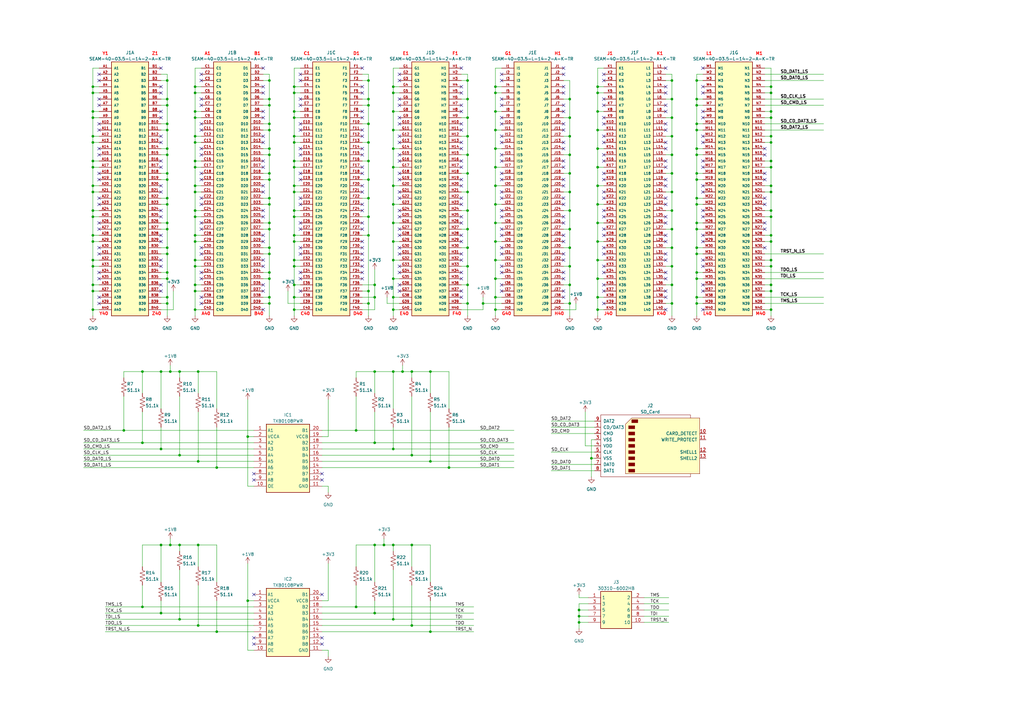
<source format=kicad_sch>
(kicad_sch (version 20230121) (generator eeschema)
  (paper "A3")
  (title_block (title "Companion board for VCU128 - SD Card + JTAG debug header") (date "2023-04-27") (rev "0") (company "Universidad Politécnica de Madrid") (comment 2 "Guillermo Izquierdo, Pedro J. Lobo"))
  (junction (at 120.65 106.68))
  (junction (at 285.75 114.3))
  (junction (at 161.29 60.96))
  (junction (at 285.75 33.02))
  (junction (at 275.59 63.5))
  (junction (at 203.2 91.44))
  (junction (at 38.1 88.9))
  (junction (at 285.75 91.44))
  (junction (at 110.49 60.96))
  (junction (at 68.58 50.8))
  (junction (at 161.29 83.82))
  (junction (at 110.49 124.46))
  (junction (at 38.1 86.36))
  (junction (at 120.65 66.04))
  (junction (at 110.49 121.92))
  (junction (at 80.01 99.06))
  (junction (at 120.65 76.2))
  (junction (at 316.23 119.38))
  (junction (at 38.1 96.52))
  (junction (at 120.65 68.58))
  (junction (at 203.2 127))
  (junction (at 38.1 38.1))
  (junction (at 275.59 109.22))
  (junction (at 153.67 223.52))
  (junction (at 110.49 111.76))
  (junction (at 68.58 124.46))
  (junction (at 73.66 223.52))
  (junction (at 233.68 71.12))
  (junction (at 80.01 119.38))
  (junction (at 38.1 119.38))
  (junction (at 316.23 106.68))
  (junction (at 316.23 58.42))
  (junction (at 233.68 55.88))
  (junction (at 203.2 35.56))
  (junction (at 80.01 58.42))
  (junction (at 203.2 45.72))
  (junction (at 80.01 66.04))
  (junction (at 161.29 45.72))
  (junction (at 285.75 124.46))
  (junction (at 80.01 109.22))
  (junction (at 38.1 99.06))
  (junction (at 275.59 71.12))
  (junction (at 38.1 106.68))
  (junction (at 285.75 101.6))
  (junction (at 110.49 40.64))
  (junction (at 161.29 106.68))
  (junction (at 80.01 48.26))
  (junction (at 316.23 45.72))
  (junction (at 168.91 256.54))
  (junction (at 151.13 33.02))
  (junction (at 237.49 250.19))
  (junction (at 237.49 255.27))
  (junction (at 168.91 152.4))
  (junction (at 151.13 43.18))
  (junction (at 203.2 106.68))
  (junction (at 153.67 121.92))
  (junction (at 110.49 91.44))
  (junction (at 151.13 73.66))
  (junction (at 88.9 191.77))
  (junction (at 165.1 152.4))
  (junction (at 245.11 38.1))
  (junction (at 38.1 35.56))
  (junction (at 316.23 55.88))
  (junction (at 110.49 83.82))
  (junction (at 80.01 78.74))
  (junction (at 38.1 55.88))
  (junction (at 316.23 66.04))
  (junction (at 285.75 53.34))
  (junction (at 153.67 251.46))
  (junction (at 316.23 86.36))
  (junction (at 146.05 248.92))
  (junction (at 161.29 38.1))
  (junction (at 68.58 60.96))
  (junction (at 237.49 252.73))
  (junction (at 191.77 48.26))
  (junction (at 120.65 35.56))
  (junction (at 316.23 76.2))
  (junction (at 161.29 91.44))
  (junction (at 316.23 116.84))
  (junction (at 233.68 124.46))
  (junction (at 120.65 99.06))
  (junction (at 191.77 86.36))
  (junction (at 191.77 109.22))
  (junction (at 38.1 76.2))
  (junction (at 80.01 86.36))
  (junction (at 110.49 43.18))
  (junction (at 146.05 176.53))
  (junction (at 285.75 40.64))
  (junction (at 58.42 248.92))
  (junction (at 168.91 223.52))
  (junction (at 110.49 50.8))
  (junction (at 285.75 60.96))
  (junction (at 191.77 78.74))
  (junction (at 151.13 81.28))
  (junction (at 245.11 127))
  (junction (at 151.13 96.52))
  (junction (at 73.66 254))
  (junction (at 176.53 152.4))
  (junction (at 69.85 223.52))
  (junction (at 161.29 53.34))
  (junction (at 316.23 99.06))
  (junction (at 38.1 66.04))
  (junction (at 80.01 127))
  (junction (at 80.01 76.2))
  (junction (at 80.01 88.9))
  (junction (at 161.29 35.56))
  (junction (at 191.77 63.5))
  (junction (at 38.1 68.58))
  (junction (at 203.2 114.3))
  (junction (at 168.91 186.69))
  (junction (at 245.11 76.2))
  (junction (at 245.11 106.68))
  (junction (at 151.13 66.04))
  (junction (at 198.12 124.46))
  (junction (at 80.01 106.68))
  (junction (at 68.58 114.3))
  (junction (at 151.13 119.38))
  (junction (at 151.13 58.42))
  (junction (at 110.49 114.3))
  (junction (at 285.75 104.14))
  (junction (at 161.29 127))
  (junction (at 151.13 88.9))
  (junction (at 275.59 101.6))
  (junction (at 242.57 187.96))
  (junction (at 245.11 121.92))
  (junction (at 184.15 191.77))
  (junction (at 285.75 81.28))
  (junction (at 275.59 116.84))
  (junction (at 203.2 83.82))
  (junction (at 275.59 78.74))
  (junction (at 151.13 50.8))
  (junction (at 316.23 109.22))
  (junction (at 68.58 73.66))
  (junction (at 68.58 101.6))
  (junction (at 120.65 116.84))
  (junction (at 68.58 33.02))
  (junction (at 161.29 121.92))
  (junction (at 68.58 40.64))
  (junction (at 245.11 114.3))
  (junction (at 101.6 246.38))
  (junction (at 68.58 93.98))
  (junction (at 120.65 38.1))
  (junction (at 285.75 111.76))
  (junction (at 191.77 33.02))
  (junction (at 120.65 58.42))
  (junction (at 233.68 63.5))
  (junction (at 275.59 124.46))
  (junction (at 233.68 109.22))
  (junction (at 176.53 189.23))
  (junction (at 110.49 73.66))
  (junction (at 68.58 111.76))
  (junction (at 233.68 86.36))
  (junction (at 161.29 68.58))
  (junction (at 275.59 33.02))
  (junction (at 153.67 116.84))
  (junction (at 316.23 48.26))
  (junction (at 275.59 55.88))
  (junction (at 66.04 184.15))
  (junction (at 81.28 256.54))
  (junction (at 316.23 88.9))
  (junction (at 275.59 93.98))
  (junction (at 66.04 223.52))
  (junction (at 68.58 83.82))
  (junction (at 316.23 68.58))
  (junction (at 285.75 83.82))
  (junction (at 101.6 179.07))
  (junction (at 80.01 55.88))
  (junction (at 120.65 55.88))
  (junction (at 285.75 63.5))
  (junction (at 110.49 63.5))
  (junction (at 120.65 96.52))
  (junction (at 80.01 96.52))
  (junction (at 120.65 86.36))
  (junction (at 285.75 73.66))
  (junction (at 110.49 71.12))
  (junction (at 120.65 78.74))
  (junction (at 80.01 68.58))
  (junction (at 110.49 33.02))
  (junction (at 38.1 116.84))
  (junction (at 88.9 259.08))
  (junction (at 191.77 55.88))
  (junction (at 81.28 152.4))
  (junction (at 73.66 186.69))
  (junction (at 285.75 50.8))
  (junction (at 81.28 189.23))
  (junction (at 110.49 53.34))
  (junction (at 191.77 40.64))
  (junction (at 203.2 68.58))
  (junction (at 316.23 78.74))
  (junction (at 203.2 60.96))
  (junction (at 151.13 124.46))
  (junction (at 73.66 152.4))
  (junction (at 80.01 45.72))
  (junction (at 120.65 48.26))
  (junction (at 285.75 71.12))
  (junction (at 275.59 48.26))
  (junction (at 68.58 53.34))
  (junction (at 245.11 99.06))
  (junction (at 38.1 127))
  (junction (at 68.58 81.28))
  (junction (at 161.29 99.06))
  (junction (at 191.77 101.6))
  (junction (at 203.2 38.1))
  (junction (at 120.65 88.9))
  (junction (at 68.58 121.92))
  (junction (at 161.29 76.2))
  (junction (at 161.29 254))
  (junction (at 316.23 96.52))
  (junction (at 245.11 91.44))
  (junction (at 245.11 83.82))
  (junction (at 285.75 93.98))
  (junction (at 161.29 152.4))
  (junction (at 233.68 116.84))
  (junction (at 66.04 251.46))
  (junction (at 153.67 181.61))
  (junction (at 80.01 38.1))
  (junction (at 316.23 35.56))
  (junction (at 203.2 76.2))
  (junction (at 233.68 40.64))
  (junction (at 38.1 109.22))
  (junction (at 176.53 259.08))
  (junction (at 316.23 127))
  (junction (at 120.65 109.22))
  (junction (at 233.68 93.98))
  (junction (at 275.59 40.64))
  (junction (at 161.29 114.3))
  (junction (at 68.58 63.5))
  (junction (at 80.01 116.84))
  (junction (at 191.77 71.12))
  (junction (at 161.29 223.52))
  (junction (at 120.65 127))
  (junction (at 110.49 93.98))
  (junction (at 80.01 35.56))
  (junction (at 285.75 121.92))
  (junction (at 153.67 152.4))
  (junction (at 245.11 35.56))
  (junction (at 69.85 152.4))
  (junction (at 191.77 124.46))
  (junction (at 151.13 40.64))
  (junction (at 38.1 48.26))
  (junction (at 38.1 78.74))
  (junction (at 110.49 81.28))
  (junction (at 110.49 104.14))
  (junction (at 245.11 53.34))
  (junction (at 68.58 104.14))
  (junction (at 68.58 91.44))
  (junction (at 38.1 58.42))
  (junction (at 68.58 71.12))
  (junction (at 285.75 43.18))
  (junction (at 191.77 93.98))
  (junction (at 275.59 86.36))
  (junction (at 120.65 121.92))
  (junction (at 203.2 53.34))
  (junction (at 245.11 45.72))
  (junction (at 38.1 45.72))
  (junction (at 157.48 223.52))
  (junction (at 110.49 101.6))
  (junction (at 58.42 152.4))
  (junction (at 68.58 43.18))
  (junction (at 191.77 116.84))
  (junction (at 203.2 121.92))
  (junction (at 120.65 45.72))
  (junction (at 233.68 78.74))
  (junction (at 245.11 68.58))
  (junction (at 161.29 184.15))
  (junction (at 50.8 176.53))
  (junction (at 203.2 99.06))
  (junction (at 233.68 48.26))
  (junction (at 233.68 101.6))
  (junction (at 58.42 181.61))
  (junction (at 316.23 38.1))
  (junction (at 245.11 60.96))
  (junction (at 66.04 152.4))
  (junction (at 81.28 223.52))
  (no_connect (at 205.74 101.6))
  (no_connect (at 107.95 86.36))
  (no_connect (at 82.55 91.44))
  (no_connect (at 288.29 96.52))
  (no_connect (at 104.14 196.85))
  (no_connect (at 288.29 116.84))
  (no_connect (at 247.65 58.42))
  (no_connect (at 163.83 40.64))
  (no_connect (at 40.64 30.48))
  (no_connect (at 231.14 104.14))
  (no_connect (at 163.83 96.52))
  (no_connect (at 231.14 73.66))
  (no_connect (at 66.04 66.04))
  (no_connect (at 205.74 109.22))
  (no_connect (at 163.83 111.76))
  (no_connect (at 288.29 109.22))
  (no_connect (at 40.64 93.98))
  (no_connect (at 163.83 109.22))
  (no_connect (at 273.05 38.1))
  (no_connect (at 104.14 194.31))
  (no_connect (at 66.04 96.52))
  (no_connect (at 66.04 88.9))
  (no_connect (at 163.83 119.38))
  (no_connect (at 82.55 121.92))
  (no_connect (at 205.74 66.04))
  (no_connect (at 273.05 111.76))
  (no_connect (at 66.04 119.38))
  (no_connect (at 163.83 78.74))
  (no_connect (at 273.05 60.96))
  (no_connect (at 66.04 45.72))
  (no_connect (at 163.83 30.48))
  (no_connect (at 247.65 63.5))
  (no_connect (at 288.29 127))
  (no_connect (at 163.83 104.14))
  (no_connect (at 231.14 88.9))
  (no_connect (at 231.14 111.76))
  (no_connect (at 132.08 196.85))
  (no_connect (at 273.05 96.52))
  (no_connect (at 148.59 91.44))
  (no_connect (at 273.05 88.9))
  (no_connect (at 273.05 104.14))
  (no_connect (at 148.59 104.14))
  (no_connect (at 40.64 83.82))
  (no_connect (at 132.08 261.62))
  (no_connect (at 288.29 88.9))
  (no_connect (at 163.83 66.04))
  (no_connect (at 189.23 83.82))
  (no_connect (at 273.05 27.94))
  (no_connect (at 247.65 104.14))
  (no_connect (at 148.59 93.98))
  (no_connect (at 148.59 76.2))
  (no_connect (at 189.23 45.72))
  (no_connect (at 231.14 121.92))
  (no_connect (at 247.65 119.38))
  (no_connect (at 205.74 88.9))
  (no_connect (at 40.64 53.34))
  (no_connect (at 189.23 91.44))
  (no_connect (at 66.04 78.74))
  (no_connect (at 205.74 43.18))
  (no_connect (at 247.65 30.48))
  (no_connect (at 123.19 93.98))
  (no_connect (at 205.74 33.02))
  (no_connect (at 123.19 104.14))
  (no_connect (at 66.04 58.42))
  (no_connect (at 148.59 55.88))
  (no_connect (at 247.65 55.88))
  (no_connect (at 66.04 86.36))
  (no_connect (at 189.23 27.94))
  (no_connect (at 40.64 124.46))
  (no_connect (at 247.65 124.46))
  (no_connect (at 231.14 60.96))
  (no_connect (at 107.95 55.88))
  (no_connect (at 231.14 50.8))
  (no_connect (at 189.23 99.06))
  (no_connect (at 247.65 109.22))
  (no_connect (at 205.74 86.36))
  (no_connect (at 82.55 93.98))
  (no_connect (at 247.65 116.84))
  (no_connect (at 82.55 111.76))
  (no_connect (at 40.64 81.28))
  (no_connect (at 288.29 86.36))
  (no_connect (at 273.05 50.8))
  (no_connect (at 148.59 86.36))
  (no_connect (at 273.05 121.92))
  (no_connect (at 82.55 43.18))
  (no_connect (at 313.69 91.44))
  (no_connect (at 40.64 104.14))
  (no_connect (at 247.65 43.18))
  (no_connect (at 107.95 48.26))
  (no_connect (at 205.74 93.98))
  (no_connect (at 247.65 86.36))
  (no_connect (at 205.74 96.52))
  (no_connect (at 313.69 83.82))
  (no_connect (at 123.19 43.18))
  (no_connect (at 148.59 99.06))
  (no_connect (at 273.05 45.72))
  (no_connect (at 273.05 68.58))
  (no_connect (at 273.05 35.56))
  (no_connect (at 288.29 58.42))
  (no_connect (at 40.64 71.12))
  (no_connect (at 148.59 71.12))
  (no_connect (at 205.74 30.48))
  (no_connect (at 107.95 27.94))
  (no_connect (at 231.14 83.82))
  (no_connect (at 231.14 106.68))
  (no_connect (at 273.05 127))
  (no_connect (at 273.05 99.06))
  (no_connect (at 132.08 194.31))
  (no_connect (at 231.14 81.28))
  (no_connect (at 163.83 63.5))
  (no_connect (at 148.59 45.72))
  (no_connect (at 123.19 119.38))
  (no_connect (at 107.95 45.72))
  (no_connect (at 205.74 81.28))
  (no_connect (at 148.59 27.94))
  (no_connect (at 205.74 58.42))
  (no_connect (at 231.14 68.58))
  (no_connect (at 163.83 71.12))
  (no_connect (at 189.23 53.34))
  (no_connect (at 247.65 96.52))
  (no_connect (at 82.55 73.66))
  (no_connect (at 123.19 91.44))
  (no_connect (at 273.05 73.66))
  (no_connect (at 132.08 264.16))
  (no_connect (at 107.95 127))
  (no_connect (at 107.95 58.42))
  (no_connect (at 247.65 71.12))
  (no_connect (at 273.05 119.38))
  (no_connect (at 66.04 35.56))
  (no_connect (at 189.23 114.3))
  (no_connect (at 148.59 60.96))
  (no_connect (at 163.83 81.28))
  (no_connect (at 205.74 48.26))
  (no_connect (at 40.64 101.6))
  (no_connect (at 231.14 38.1))
  (no_connect (at 82.55 124.46))
  (no_connect (at 104.14 261.62))
  (no_connect (at 107.95 119.38))
  (no_connect (at 123.19 111.76))
  (no_connect (at 40.64 40.64))
  (no_connect (at 40.64 63.5))
  (no_connect (at 288.29 38.1))
  (no_connect (at 66.04 76.2))
  (no_connect (at 189.23 81.28))
  (no_connect (at 247.65 33.02))
  (no_connect (at 40.64 121.92))
  (no_connect (at 82.55 30.48))
  (no_connect (at 247.65 93.98))
  (no_connect (at 148.59 63.5))
  (no_connect (at 273.05 114.3))
  (no_connect (at 163.83 43.18))
  (no_connect (at 163.83 93.98))
  (no_connect (at 82.55 114.3))
  (no_connect (at 148.59 68.58))
  (no_connect (at 288.29 119.38))
  (no_connect (at 40.64 114.3))
  (no_connect (at 189.23 58.42))
  (no_connect (at 288.29 76.2))
  (no_connect (at 247.65 40.64))
  (no_connect (at 163.83 101.6))
  (no_connect (at 123.19 50.8))
  (no_connect (at 148.59 111.76))
  (no_connect (at 163.83 58.42))
  (no_connect (at 189.23 60.96))
  (no_connect (at 205.74 111.76))
  (no_connect (at 247.65 111.76))
  (no_connect (at 288.29 78.74))
  (no_connect (at 104.14 243.84))
  (no_connect (at 231.14 43.18))
  (no_connect (at 40.64 60.96))
  (no_connect (at 205.74 119.38))
  (no_connect (at 123.19 40.64))
  (no_connect (at 189.23 43.18))
  (no_connect (at 123.19 53.34))
  (no_connect (at 189.23 35.56))
  (no_connect (at 288.29 48.26))
  (no_connect (at 82.55 53.34))
  (no_connect (at 107.95 88.9))
  (no_connect (at 104.14 264.16))
  (no_connect (at 273.05 43.18))
  (no_connect (at 231.14 99.06))
  (no_connect (at 163.83 88.9))
  (no_connect (at 189.23 76.2))
  (no_connect (at 163.83 73.66))
  (no_connect (at 288.29 99.06))
  (no_connect (at 288.29 45.72))
  (no_connect (at 148.59 101.6))
  (no_connect (at 148.59 109.22))
  (no_connect (at 189.23 104.14))
  (no_connect (at 66.04 48.26))
  (no_connect (at 66.04 27.94))
  (no_connect (at 273.05 83.82))
  (no_connect (at 163.83 33.02))
  (no_connect (at 148.59 83.82))
  (no_connect (at 247.65 101.6))
  (no_connect (at 205.74 71.12))
  (no_connect (at 107.95 66.04))
  (no_connect (at 148.59 78.74))
  (no_connect (at 163.83 55.88))
  (no_connect (at 273.05 76.2))
  (no_connect (at 40.64 43.18))
  (no_connect (at 247.65 88.9))
  (no_connect (at 123.19 73.66))
  (no_connect (at 231.14 53.34))
  (no_connect (at 107.95 96.52))
  (no_connect (at 189.23 96.52))
  (no_connect (at 66.04 106.68))
  (no_connect (at 82.55 71.12))
  (no_connect (at 163.83 48.26))
  (no_connect (at 313.69 73.66))
  (no_connect (at 107.95 109.22))
  (no_connect (at 189.23 66.04))
  (no_connect (at 273.05 53.34))
  (no_connect (at 189.23 88.9))
  (no_connect (at 231.14 30.48))
  (no_connect (at 123.19 33.02))
  (no_connect (at 82.55 104.14))
  (no_connect (at 247.65 73.66))
  (no_connect (at 107.95 106.68))
  (no_connect (at 40.64 91.44))
  (no_connect (at 66.04 55.88))
  (no_connect (at 123.19 83.82))
  (no_connect (at 189.23 106.68))
  (no_connect (at 123.19 60.96))
  (no_connect (at 107.95 116.84))
  (no_connect (at 66.04 38.1))
  (no_connect (at 163.83 50.8))
  (no_connect (at 148.59 48.26))
  (no_connect (at 40.64 33.02))
  (no_connect (at 107.95 38.1))
  (no_connect (at 231.14 114.3))
  (no_connect (at 273.05 58.42))
  (no_connect (at 247.65 81.28))
  (no_connect (at 273.05 106.68))
  (no_connect (at 40.64 111.76))
  (no_connect (at 247.65 50.8))
  (no_connect (at 148.59 38.1))
  (no_connect (at 132.08 243.84))
  (no_connect (at 231.14 119.38))
  (no_connect (at 288.29 106.68))
  (no_connect (at 273.05 81.28))
  (no_connect (at 107.95 76.2))
  (no_connect (at 107.95 35.56))
  (no_connect (at 231.14 96.52))
  (no_connect (at 189.23 68.58))
  (no_connect (at 40.64 73.66))
  (no_connect (at 231.14 45.72))
  (no_connect (at 313.69 71.12))
  (no_connect (at 66.04 109.22))
  (no_connect (at 82.55 40.64))
  (no_connect (at 313.69 60.96))
  (no_connect (at 163.83 86.36))
  (no_connect (at 247.65 66.04))
  (no_connect (at 273.05 66.04))
  (no_connect (at 123.19 114.3))
  (no_connect (at 82.55 63.5))
  (no_connect (at 231.14 76.2))
  (no_connect (at 247.65 48.26))
  (no_connect (at 148.59 114.3))
  (no_connect (at 123.19 71.12))
  (no_connect (at 66.04 68.58))
  (no_connect (at 205.74 55.88))
  (no_connect (at 189.23 119.38))
  (no_connect (at 205.74 50.8))
  (no_connect (at 107.95 68.58))
  (no_connect (at 40.64 50.8))
  (no_connect (at 205.74 63.5))
  (no_connect (at 205.74 78.74))
  (no_connect (at 163.83 116.84))
  (no_connect (at 288.29 68.58))
  (no_connect (at 247.65 78.74))
  (no_connect (at 123.19 63.5))
  (no_connect (at 189.23 38.1))
  (no_connect (at 205.74 40.64))
  (no_connect (at 313.69 63.5))
  (no_connect (at 189.23 73.66))
  (no_connect (at 313.69 93.98))
  (no_connect (at 148.59 35.56))
  (no_connect (at 205.74 73.66))
  (no_connect (at 82.55 101.6))
  (no_connect (at 273.05 91.44))
  (no_connect (at 107.95 78.74))
  (no_connect (at 123.19 81.28))
  (no_connect (at 66.04 116.84))
  (no_connect (at 189.23 111.76))
  (no_connect (at 82.55 83.82))
  (no_connect (at 231.14 35.56))
  (no_connect (at 123.19 30.48))
  (no_connect (at 231.14 58.42))
  (no_connect (at 288.29 66.04))
  (no_connect (at 107.95 99.06))
  (no_connect (at 148.59 53.34))
  (no_connect (at 82.55 81.28))
  (no_connect (at 313.69 81.28))
  (no_connect (at 66.04 99.06))
  (no_connect (at 205.74 116.84))
  (no_connect (at 123.19 101.6))
  (no_connect (at 313.69 101.6))
  (no_connect (at 82.55 60.96))
  (no_connect (at 205.74 104.14))
  (no_connect (at 189.23 121.92))
  (no_connect (at 82.55 33.02))
  (no_connect (at 231.14 66.04))
  (no_connect (at 231.14 27.94))
  (no_connect (at 288.29 27.94))
  (no_connect (at 82.55 50.8))
  (no_connect (at 288.29 35.56))
  (no_connect (at 288.29 55.88))
  (no_connect (at 189.23 50.8))
  (no_connect (at 231.14 91.44))
  (no_connect (at 148.59 106.68))
  (wire (pts (xy 81.28 223.52) (xy 81.28 232.41)))
  (wire (pts (xy 58.42 240.03) (xy 58.42 248.92)))
  (wire (pts (xy 107.95 30.48) (xy 110.49 30.48)))
  (wire (pts (xy 191.77 30.48) (xy 191.77 33.02)))
  (wire (pts (xy 203.2 27.94) (xy 203.2 35.56)))
  (wire (pts (xy 203.2 60.96) (xy 203.2 53.34)))
  (wire (pts (xy 68.58 53.34) (xy 68.58 50.8)))
  (wire (pts (xy 161.29 114.3) (xy 161.29 106.68)))
  (wire (pts (xy 189.23 33.02) (xy 191.77 33.02)))
  (wire (pts (xy 134.62 179.07) (xy 134.62 163.83)))
  (wire (pts (xy 237.49 247.65) (xy 237.49 250.19)))
  (wire (pts (xy 275.59 116.84) (xy 275.59 109.22)))
  (wire (pts (xy 120.65 48.26) (xy 123.19 48.26)))
  (wire (pts (xy 285.75 71.12) (xy 285.75 63.5)))
  (wire (pts (xy 80.01 58.42) (xy 80.01 66.04)))
  (wire (pts (xy 245.11 53.34) (xy 245.11 45.72)))
  (wire (pts (xy 231.14 109.22) (xy 233.68 109.22)))
  (wire (pts (xy 81.28 152.4) (xy 81.28 161.29)))
  (wire (pts (xy 205.74 76.2) (xy 203.2 76.2)))
  (wire (pts (xy 110.49 93.98) (xy 110.49 91.44)))
  (wire (pts (xy 313.69 40.64) (xy 337.82 40.64)))
  (wire (pts (xy 231.14 93.98) (xy 233.68 93.98)))
  (wire (pts (xy 146.05 240.03) (xy 146.05 248.92)))
  (wire (pts (xy 81.28 168.91) (xy 81.28 189.23)))
  (wire (pts (xy 285.75 53.34) (xy 285.75 50.8)))
  (wire (pts (xy 80.01 96.52) (xy 80.01 99.06)))
  (wire (pts (xy 316.23 127) (xy 316.23 129.54)))
  (wire (pts (xy 161.29 35.56) (xy 163.83 35.56)))
  (wire (pts (xy 132.08 251.46) (xy 153.67 251.46)))
  (wire (pts (xy 161.29 35.56) (xy 161.29 38.1)))
  (wire (pts (xy 273.05 86.36) (xy 275.59 86.36)))
  (wire (pts (xy 165.1 152.4) (xy 168.91 152.4)))
  (wire (pts (xy 146.05 223.52) (xy 146.05 232.41)))
  (wire (pts (xy 161.29 175.26) (xy 161.29 184.15)))
  (wire (pts (xy 313.69 53.34) (xy 337.82 53.34)))
  (wire (pts (xy 68.58 40.64) (xy 68.58 33.02)))
  (wire (pts (xy 73.66 162.56) (xy 73.66 186.69)))
  (wire (pts (xy 161.29 76.2) (xy 161.29 68.58)))
  (wire (pts (xy 231.14 63.5) (xy 233.68 63.5)))
  (wire (pts (xy 275.59 40.64) (xy 273.05 40.64)))
  (wire (pts (xy 73.66 152.4) (xy 73.66 154.94)))
  (wire (pts (xy 285.75 124.46) (xy 285.75 129.54)))
  (wire (pts (xy 316.23 48.26) (xy 313.69 48.26)))
  (wire (pts (xy 275.59 55.88) (xy 275.59 48.26)))
  (wire (pts (xy 38.1 55.88) (xy 38.1 58.42)))
  (wire (pts (xy 316.23 127) (xy 313.69 127)))
  (wire (pts (xy 120.65 55.88) (xy 120.65 58.42)))
  (wire (pts (xy 316.23 38.1) (xy 313.69 38.1)))
  (wire (pts (xy 58.42 223.52) (xy 58.42 232.41)))
  (wire (pts (xy 68.58 111.76) (xy 68.58 104.14)))
  (wire (pts (xy 132.08 181.61) (xy 153.67 181.61)))
  (wire (pts (xy 247.65 106.68) (xy 245.11 106.68)))
  (wire (pts (xy 38.1 116.84) (xy 40.64 116.84)))
  (wire (pts (xy 80.01 55.88) (xy 80.01 58.42)))
  (wire (pts (xy 81.28 152.4) (xy 88.9 152.4)))
  (wire (pts (xy 245.11 60.96) (xy 245.11 53.34)))
  (wire (pts (xy 80.01 116.84) (xy 82.55 116.84)))
  (wire (pts (xy 120.65 88.9) (xy 123.19 88.9)))
  (wire (pts (xy 88.9 152.4) (xy 88.9 167.64)))
  (wire (pts (xy 120.65 66.04) (xy 123.19 66.04)))
  (wire (pts (xy 66.04 223.52) (xy 69.85 223.52)))
  (wire (pts (xy 68.58 81.28) (xy 66.04 81.28)))
  (wire (pts (xy 313.69 111.76) (xy 337.82 111.76)))
  (wire (pts (xy 80.01 109.22) (xy 80.01 116.84)))
  (wire (pts (xy 151.13 81.28) (xy 148.59 81.28)))
  (wire (pts (xy 285.75 91.44) (xy 285.75 83.82)))
  (wire (pts (xy 110.49 91.44) (xy 110.49 83.82)))
  (wire (pts (xy 161.29 45.72) (xy 161.29 38.1)))
  (wire (pts (xy 134.62 201.93) (xy 134.62 199.39)))
  (wire (pts (xy 120.65 38.1) (xy 120.65 45.72)))
  (wire (pts (xy 247.65 45.72) (xy 245.11 45.72)))
  (wire (pts (xy 80.01 38.1) (xy 82.55 38.1)))
  (wire (pts (xy 68.58 30.48) (xy 68.58 33.02)))
  (wire (pts (xy 176.53 152.4) (xy 176.53 161.29)))
  (wire (pts (xy 285.75 33.02) (xy 288.29 33.02)))
  (wire (pts (xy 88.9 191.77) (xy 104.14 191.77)))
  (wire (pts (xy 176.53 189.23) (xy 210.82 189.23)))
  (wire (pts (xy 316.23 55.88) (xy 316.23 58.42)))
  (wire (pts (xy 110.49 40.64) (xy 110.49 33.02)))
  (wire (pts (xy 110.49 91.44) (xy 107.95 91.44)))
  (wire (pts (xy 38.1 27.94) (xy 38.1 35.56)))
  (wire (pts (xy 120.65 45.72) (xy 120.65 48.26)))
  (wire (pts (xy 275.59 71.12) (xy 275.59 63.5)))
  (wire (pts (xy 50.8 162.56) (xy 50.8 176.53)))
  (wire (pts (xy 110.49 124.46) (xy 110.49 129.54)))
  (wire (pts (xy 110.49 60.96) (xy 107.95 60.96)))
  (wire (pts (xy 38.1 76.2) (xy 40.64 76.2)))
  (wire (pts (xy 34.29 189.23) (xy 81.28 189.23)))
  (wire (pts (xy 163.83 68.58) (xy 161.29 68.58)))
  (wire (pts (xy 110.49 50.8) (xy 107.95 50.8)))
  (wire (pts (xy 73.66 233.68) (xy 73.66 254)))
  (wire (pts (xy 69.85 152.4) (xy 73.66 152.4)))
  (wire (pts (xy 132.08 259.08) (xy 176.53 259.08)))
  (wire (pts (xy 110.49 83.82) (xy 107.95 83.82)))
  (wire (pts (xy 161.29 83.82) (xy 161.29 76.2)))
  (wire (pts (xy 233.68 86.36) (xy 233.68 78.74)))
  (wire (pts (xy 50.8 154.94) (xy 50.8 152.4)))
  (wire (pts (xy 191.77 55.88) (xy 191.77 48.26)))
  (wire (pts (xy 203.2 121.92) (xy 203.2 127)))
  (wire (pts (xy 151.13 43.18) (xy 151.13 40.64)))
  (wire (pts (xy 245.11 76.2) (xy 245.11 68.58)))
  (wire (pts (xy 203.2 106.68) (xy 203.2 99.06)))
  (wire (pts (xy 68.58 91.44) (xy 68.58 83.82)))
  (wire (pts (xy 236.22 127) (xy 231.14 127)))
  (wire (pts (xy 80.01 45.72) (xy 80.01 48.26)))
  (wire (pts (xy 168.91 152.4) (xy 168.91 154.94)))
  (wire (pts (xy 68.58 93.98) (xy 66.04 93.98)))
  (wire (pts (xy 68.58 83.82) (xy 66.04 83.82)))
  (wire (pts (xy 161.29 91.44) (xy 161.29 83.82)))
  (wire (pts (xy 243.84 182.88) (xy 240.03 182.88)))
  (wire (pts (xy 168.91 240.03) (xy 168.91 256.54)))
  (wire (pts (xy 151.13 81.28) (xy 151.13 88.9)))
  (wire (pts (xy 120.65 127) (xy 123.19 127)))
  (wire (pts (xy 161.29 254) (xy 194.31 254)))
  (wire (pts (xy 153.67 152.4) (xy 161.29 152.4)))
  (wire (pts (xy 110.49 101.6) (xy 110.49 93.98)))
  (wire (pts (xy 163.83 53.34) (xy 161.29 53.34)))
  (wire (pts (xy 285.75 101.6) (xy 288.29 101.6)))
  (wire (pts (xy 146.05 248.92) (xy 194.31 248.92)))
  (wire (pts (xy 68.58 50.8) (xy 68.58 43.18)))
  (wire (pts (xy 80.01 27.94) (xy 80.01 35.56)))
  (wire (pts (xy 80.01 78.74) (xy 82.55 78.74)))
  (wire (pts (xy 38.1 68.58) (xy 38.1 76.2)))
  (wire (pts (xy 80.01 99.06) (xy 82.55 99.06)))
  (wire (pts (xy 132.08 189.23) (xy 176.53 189.23)))
  (wire (pts (xy 68.58 101.6) (xy 66.04 101.6)))
  (wire (pts (xy 275.59 48.26) (xy 275.59 40.64)))
  (wire (pts (xy 80.01 68.58) (xy 82.55 68.58)))
  (wire (pts (xy 313.69 114.3) (xy 337.82 114.3)))
  (wire (pts (xy 50.8 152.4) (xy 58.42 152.4)))
  (wire (pts (xy 285.75 43.18) (xy 288.29 43.18)))
  (wire (pts (xy 189.23 101.6) (xy 191.77 101.6)))
  (wire (pts (xy 148.59 58.42) (xy 151.13 58.42)))
  (wire (pts (xy 233.68 93.98) (xy 233.68 86.36)))
  (wire (pts (xy 191.77 48.26) (xy 191.77 40.64)))
  (wire (pts (xy 132.08 254) (xy 161.29 254)))
  (wire (pts (xy 38.1 58.42) (xy 38.1 66.04)))
  (wire (pts (xy 245.11 114.3) (xy 245.11 106.68)))
  (wire (pts (xy 313.69 50.8) (xy 337.82 50.8)))
  (wire (pts (xy 38.1 48.26) (xy 38.1 55.88)))
  (wire (pts (xy 285.75 101.6) (xy 285.75 93.98)))
  (wire (pts (xy 110.49 53.34) (xy 110.49 50.8)))
  (wire (pts (xy 68.58 101.6) (xy 68.58 93.98)))
  (wire (pts (xy 68.58 81.28) (xy 68.58 73.66)))
  (wire (pts (xy 231.14 71.12) (xy 233.68 71.12)))
  (wire (pts (xy 120.65 116.84) (xy 123.19 116.84)))
  (wire (pts (xy 163.83 99.06) (xy 161.29 99.06)))
  (wire (pts (xy 203.2 35.56) (xy 205.74 35.56)))
  (wire (pts (xy 203.2 76.2) (xy 203.2 68.58)))
  (wire (pts (xy 104.14 179.07) (xy 101.6 179.07)))
  (wire (pts (xy 73.66 186.69) (xy 104.14 186.69)))
  (wire (pts (xy 316.23 48.26) (xy 316.23 55.88)))
  (wire (pts (xy 285.75 114.3) (xy 285.75 111.76)))
  (wire (pts (xy 191.77 71.12) (xy 191.77 63.5)))
  (wire (pts (xy 245.11 121.92) (xy 245.11 114.3)))
  (wire (pts (xy 285.75 71.12) (xy 288.29 71.12)))
  (wire (pts (xy 161.29 223.52) (xy 168.91 223.52)))
  (wire (pts (xy 233.68 33.02) (xy 233.68 40.64)))
  (wire (pts (xy 163.83 121.92) (xy 161.29 121.92)))
  (wire (pts (xy 189.23 78.74) (xy 191.77 78.74)))
  (wire (pts (xy 38.1 96.52) (xy 40.64 96.52)))
  (wire (pts (xy 38.1 116.84) (xy 38.1 119.38)))
  (wire (pts (xy 153.67 116.84) (xy 148.59 116.84)))
  (wire (pts (xy 313.69 121.92) (xy 337.82 121.92)))
  (wire (pts (xy 38.1 109.22) (xy 40.64 109.22)))
  (wire (pts (xy 153.67 246.38) (xy 153.67 251.46)))
  (wire (pts (xy 233.68 109.22) (xy 233.68 101.6)))
  (wire (pts (xy 120.65 88.9) (xy 120.65 96.52)))
  (wire (pts (xy 151.13 30.48) (xy 151.13 33.02)))
  (wire (pts (xy 34.29 184.15) (xy 66.04 184.15)))
  (wire (pts (xy 132.08 176.53) (xy 146.05 176.53)))
  (wire (pts (xy 153.67 181.61) (xy 210.82 181.61)))
  (wire (pts (xy 285.75 60.96) (xy 285.75 53.34)))
  (wire (pts (xy 153.67 223.52) (xy 157.48 223.52)))
  (wire (pts (xy 316.23 76.2) (xy 316.23 78.74)))
  (wire (pts (xy 68.58 63.5) (xy 66.04 63.5)))
  (wire (pts (xy 247.65 53.34) (xy 245.11 53.34)))
  (wire (pts (xy 226.06 185.42) (xy 243.84 185.42)))
  (wire (pts (xy 120.65 99.06) (xy 120.65 106.68)))
  (wire (pts (xy 43.18 259.08) (xy 88.9 259.08)))
  (wire (pts (xy 313.69 43.18) (xy 337.82 43.18)))
  (wire (pts (xy 316.23 66.04) (xy 313.69 66.04)))
  (wire (pts (xy 285.75 73.66) (xy 285.75 71.12)))
  (wire (pts (xy 81.28 240.03) (xy 81.28 256.54)))
  (wire (pts (xy 189.23 30.48) (xy 191.77 30.48)))
  (wire (pts (xy 132.08 256.54) (xy 168.91 256.54)))
  (wire (pts (xy 151.13 124.46) (xy 148.59 124.46)))
  (wire (pts (xy 132.08 179.07) (xy 134.62 179.07)))
  (wire (pts (xy 120.65 45.72) (xy 123.19 45.72)))
  (wire (pts (xy 120.65 55.88) (xy 123.19 55.88)))
  (wire (pts (xy 233.68 116.84) (xy 233.68 109.22)))
  (wire (pts (xy 73.66 223.52) (xy 81.28 223.52)))
  (wire (pts (xy 38.1 58.42) (xy 40.64 58.42)))
  (wire (pts (xy 241.3 252.73) (xy 237.49 252.73)))
  (wire (pts (xy 38.1 86.36) (xy 40.64 86.36)))
  (wire (pts (xy 68.58 50.8) (xy 66.04 50.8)))
  (wire (pts (xy 285.75 121.92) (xy 285.75 114.3)))
  (wire (pts (xy 38.1 45.72) (xy 40.64 45.72)))
  (wire (pts (xy 245.11 27.94) (xy 245.11 35.56)))
  (wire (pts (xy 88.9 223.52) (xy 88.9 238.76)))
  (wire (pts (xy 226.06 190.5) (xy 243.84 190.5)))
  (wire (pts (xy 148.59 127) (xy 153.67 127)))
  (wire (pts (xy 81.28 189.23) (xy 104.14 189.23)))
  (wire (pts (xy 151.13 50.8) (xy 151.13 58.42)))
  (wire (pts (xy 118.11 124.46) (xy 118.11 119.38)))
  (wire (pts (xy 316.23 76.2) (xy 313.69 76.2)))
  (wire (pts (xy 120.65 78.74) (xy 120.65 86.36)))
  (wire (pts (xy 120.65 58.42) (xy 123.19 58.42)))
  (wire (pts (xy 151.13 66.04) (xy 151.13 73.66)))
  (wire (pts (xy 285.75 53.34) (xy 288.29 53.34)))
  (wire (pts (xy 233.68 48.26) (xy 233.68 40.64)))
  (wire (pts (xy 316.23 109.22) (xy 316.23 116.84)))
  (wire (pts (xy 80.01 88.9) (xy 80.01 96.52)))
  (wire (pts (xy 231.14 33.02) (xy 233.68 33.02)))
  (wire (pts (xy 68.58 93.98) (xy 68.58 91.44)))
  (wire (pts (xy 104.14 246.38) (xy 101.6 246.38)))
  (wire (pts (xy 273.05 71.12) (xy 275.59 71.12)))
  (wire (pts (xy 38.1 78.74) (xy 38.1 86.36)))
  (wire (pts (xy 110.49 104.14) (xy 107.95 104.14)))
  (wire (pts (xy 80.01 78.74) (xy 80.01 86.36)))
  (wire (pts (xy 38.1 76.2) (xy 38.1 78.74)))
  (wire (pts (xy 203.2 114.3) (xy 203.2 106.68)))
  (wire (pts (xy 273.05 116.84) (xy 275.59 116.84)))
  (wire (pts (xy 316.23 88.9) (xy 316.23 96.52)))
  (wire (pts (xy 68.58 71.12) (xy 66.04 71.12)))
  (wire (pts (xy 161.29 53.34) (xy 161.29 45.72)))
  (wire (pts (xy 205.74 68.58) (xy 203.2 68.58)))
  (wire (pts (xy 264.16 252.73) (xy 274.32 252.73)))
  (wire (pts (xy 110.49 50.8) (xy 110.49 43.18)))
  (wire (pts (xy 148.59 96.52) (xy 151.13 96.52)))
  (wire (pts (xy 233.68 78.74) (xy 233.68 71.12)))
  (wire (pts (xy 226.06 172.72) (xy 243.84 172.72)))
  (wire (pts (xy 161.29 121.92) (xy 161.29 127)))
  (wire (pts (xy 66.04 246.38) (xy 66.04 251.46)))
  (wire (pts (xy 120.65 78.74) (xy 123.19 78.74)))
  (wire (pts (xy 191.77 116.84) (xy 191.77 109.22)))
  (wire (pts (xy 285.75 91.44) (xy 288.29 91.44)))
  (wire (pts (xy 245.11 127) (xy 247.65 127)))
  (wire (pts (xy 203.2 121.92) (xy 203.2 114.3)))
  (wire (pts (xy 151.13 50.8) (xy 151.13 43.18)))
  (wire (pts (xy 161.29 127) (xy 161.29 129.54)))
  (wire (pts (xy 191.77 93.98) (xy 191.77 86.36)))
  (wire (pts (xy 161.29 184.15) (xy 210.82 184.15)))
  (wire (pts (xy 231.14 55.88) (xy 233.68 55.88)))
  (wire (pts (xy 43.18 254) (xy 73.66 254)))
  (wire (pts (xy 285.75 93.98) (xy 285.75 91.44)))
  (wire (pts (xy 191.77 101.6) (xy 191.77 93.98)))
  (wire (pts (xy 285.75 43.18) (xy 285.75 40.64)))
  (wire (pts (xy 241.3 250.19) (xy 237.49 250.19)))
  (wire (pts (xy 120.65 116.84) (xy 120.65 121.92)))
  (wire (pts (xy 191.77 124.46) (xy 191.77 116.84)))
  (wire (pts (xy 273.05 124.46) (xy 275.59 124.46)))
  (wire (pts (xy 285.75 30.48) (xy 285.75 33.02)))
  (wire (pts (xy 237.49 252.73) (xy 237.49 255.27)))
  (wire (pts (xy 80.01 88.9) (xy 82.55 88.9)))
  (wire (pts (xy 245.11 121.92) (xy 245.11 127)))
  (wire (pts (xy 191.77 109.22) (xy 191.77 101.6)))
  (wire (pts (xy 203.2 38.1) (xy 205.74 38.1)))
  (wire (pts (xy 38.1 35.56) (xy 40.64 35.56)))
  (wire (pts (xy 285.75 40.64) (xy 285.75 33.02)))
  (wire (pts (xy 110.49 121.92) (xy 110.49 114.3)))
  (wire (pts (xy 205.74 53.34) (xy 203.2 53.34)))
  (wire (pts (xy 73.66 254) (xy 104.14 254)))
  (wire (pts (xy 153.67 251.46) (xy 194.31 251.46)))
  (wire (pts (xy 80.01 96.52) (xy 82.55 96.52)))
  (wire (pts (xy 81.28 223.52) (xy 88.9 223.52)))
  (wire (pts (xy 120.65 76.2) (xy 123.19 76.2)))
  (wire (pts (xy 38.1 38.1) (xy 38.1 45.72)))
  (wire (pts (xy 273.05 93.98) (xy 275.59 93.98)))
  (wire (pts (xy 205.74 83.82) (xy 203.2 83.82)))
  (wire (pts (xy 273.05 33.02) (xy 275.59 33.02)))
  (wire (pts (xy 38.1 66.04) (xy 40.64 66.04)))
  (wire (pts (xy 134.62 266.7) (xy 132.08 266.7)))
  (wire (pts (xy 237.49 250.19) (xy 237.49 252.73)))
  (wire (pts (xy 153.67 223.52) (xy 153.67 238.76)))
  (wire (pts (xy 247.65 91.44) (xy 245.11 91.44)))
  (wire (pts (xy 163.83 45.72) (xy 161.29 45.72)))
  (wire (pts (xy 316.23 119.38) (xy 316.23 127)))
  (wire (pts (xy 66.04 152.4) (xy 66.04 167.64)))
  (wire (pts (xy 110.49 121.92) (xy 107.95 121.92)))
  (wire (pts (xy 273.05 63.5) (xy 275.59 63.5)))
  (wire (pts (xy 191.77 40.64) (xy 189.23 40.64)))
  (wire (pts (xy 68.58 63.5) (xy 68.58 60.96)))
  (wire (pts (xy 134.62 199.39) (xy 132.08 199.39)))
  (wire (pts (xy 110.49 83.82) (xy 110.49 81.28)))
  (wire (pts (xy 80.01 35.56) (xy 82.55 35.56)))
  (wire (pts (xy 168.91 256.54) (xy 194.31 256.54)))
  (wire (pts (xy 120.65 99.06) (xy 123.19 99.06)))
  (wire (pts (xy 153.67 152.4) (xy 153.67 161.29)))
  (wire (pts (xy 245.11 35.56) (xy 245.11 38.1)))
  (wire (pts (xy 237.49 255.27) (xy 237.49 257.81)))
  (wire (pts (xy 285.75 104.14) (xy 285.75 101.6)))
  (wire (pts (xy 285.75 83.82) (xy 288.29 83.82)))
  (wire (pts (xy 157.48 223.52) (xy 161.29 223.52)))
  (wire (pts (xy 120.65 109.22) (xy 120.65 116.84)))
  (wire (pts (xy 243.84 180.34) (xy 242.57 180.34)))
  (wire (pts (xy 237.49 245.11) (xy 237.49 243.84)))
  (wire (pts (xy 120.65 66.04) (xy 120.65 68.58)))
  (wire (pts (xy 161.29 121.92) (xy 161.29 114.3)))
  (wire (pts (xy 101.6 179.07) (xy 101.6 163.83)))
  (wire (pts (xy 273.05 101.6) (xy 275.59 101.6)))
  (wire (pts (xy 203.2 99.06) (xy 203.2 91.44)))
  (wire (pts (xy 157.48 220.98) (xy 157.48 223.52)))
  (wire (pts (xy 153.67 127) (xy 153.67 121.92)))
  (wire (pts (xy 163.83 91.44) (xy 161.29 91.44)))
  (wire (pts (xy 80.01 116.84) (xy 80.01 119.38)))
  (wire (pts (xy 203.2 83.82) (xy 203.2 76.2)))
  (wire (pts (xy 226.06 175.26) (xy 243.84 175.26)))
  (wire (pts (xy 273.05 55.88) (xy 275.59 55.88)))
  (wire (pts (xy 198.12 121.92) (xy 198.12 124.46)))
  (wire (pts (xy 110.49 43.18) (xy 110.49 40.64)))
  (wire (pts (xy 148.59 119.38) (xy 151.13 119.38)))
  (wire (pts (xy 80.01 99.06) (xy 80.01 106.68)))
  (wire (pts (xy 80.01 48.26) (xy 80.01 55.88)))
  (wire (pts (xy 110.49 81.28) (xy 110.49 73.66)))
  (wire (pts (xy 110.49 124.46) (xy 107.95 124.46)))
  (wire (pts (xy 132.08 186.69) (xy 168.91 186.69)))
  (wire (pts (xy 80.01 127) (xy 80.01 129.54)))
  (wire (pts (xy 241.3 247.65) (xy 237.49 247.65)))
  (wire (pts (xy 184.15 175.26) (xy 184.15 191.77)))
  (wire (pts (xy 101.6 266.7) (xy 101.6 246.38)))
  (wire (pts (xy 233.68 124.46) (xy 233.68 116.84)))
  (wire (pts (xy 247.65 99.06) (xy 245.11 99.06)))
  (wire (pts (xy 38.1 66.04) (xy 38.1 68.58)))
  (wire (pts (xy 110.49 114.3) (xy 110.49 111.76)))
  (wire (pts (xy 163.83 124.46) (xy 158.75 124.46)))
  (wire (pts (xy 316.23 68.58) (xy 313.69 68.58)))
  (wire (pts (xy 205.74 99.06) (xy 203.2 99.06)))
  (wire (pts (xy 110.49 63.5) (xy 107.95 63.5)))
  (wire (pts (xy 38.1 96.52) (xy 38.1 99.06)))
  (wire (pts (xy 38.1 86.36) (xy 38.1 88.9)))
  (wire (pts (xy 273.05 30.48) (xy 275.59 30.48)))
  (wire (pts (xy 120.65 121.92) (xy 120.65 127)))
  (wire (pts (xy 38.1 127) (xy 40.64 127)))
  (wire (pts (xy 189.23 86.36) (xy 191.77 86.36)))
  (wire (pts (xy 288.29 30.48) (xy 285.75 30.48)))
  (wire (pts (xy 245.11 106.68) (xy 245.11 99.06)))
  (wire (pts (xy 110.49 111.76) (xy 110.49 104.14)))
  (wire (pts (xy 68.58 73.66) (xy 66.04 73.66)))
  (wire (pts (xy 161.29 152.4) (xy 161.29 167.64)))
  (wire (pts (xy 66.04 223.52) (xy 66.04 238.76)))
  (wire (pts (xy 163.83 60.96) (xy 161.29 60.96)))
  (wire (pts (xy 285.75 63.5) (xy 288.29 63.5)))
  (wire (pts (xy 247.65 27.94) (xy 245.11 27.94)))
  (wire (pts (xy 110.49 71.12) (xy 107.95 71.12)))
  (wire (pts (xy 50.8 176.53) (xy 104.14 176.53)))
  (wire (pts (xy 275.59 101.6) (xy 275.59 93.98)))
  (wire (pts (xy 80.01 86.36) (xy 82.55 86.36)))
  (wire (pts (xy 275.59 33.02) (xy 275.59 40.64)))
  (wire (pts (xy 316.23 68.58) (xy 316.23 76.2)))
  (wire (pts (xy 273.05 78.74) (xy 275.59 78.74)))
  (wire (pts (xy 285.75 50.8) (xy 285.75 43.18)))
  (wire (pts (xy 132.08 248.92) (xy 146.05 248.92)))
  (wire (pts (xy 163.83 83.82) (xy 161.29 83.82)))
  (wire (pts (xy 247.65 76.2) (xy 245.11 76.2)))
  (wire (pts (xy 316.23 38.1) (xy 316.23 45.72)))
  (wire (pts (xy 120.65 127) (xy 120.65 129.54)))
  (wire (pts (xy 161.29 127) (xy 163.83 127)))
  (wire (pts (xy 38.1 106.68) (xy 40.64 106.68)))
  (wire (pts (xy 71.12 127) (xy 66.04 127)))
  (wire (pts (xy 161.29 68.58) (xy 161.29 60.96)))
  (wire (pts (xy 80.01 68.58) (xy 80.01 76.2)))
  (wire (pts (xy 245.11 45.72) (xy 245.11 38.1)))
  (wire (pts (xy 275.59 78.74) (xy 275.59 71.12)))
  (wire (pts (xy 226.06 177.8) (xy 243.84 177.8)))
  (wire (pts (xy 198.12 127) (xy 198.12 124.46)))
  (wire (pts (xy 316.23 35.56) (xy 316.23 38.1)))
  (wire (pts (xy 205.74 27.94) (xy 203.2 27.94)))
  (wire (pts (xy 275.59 30.48) (xy 275.59 33.02)))
  (wire (pts (xy 316.23 58.42) (xy 313.69 58.42)))
  (wire (pts (xy 120.65 76.2) (xy 120.65 78.74)))
  (wire (pts (xy 203.2 68.58) (xy 203.2 60.96)))
  (wire (pts (xy 247.65 121.92) (xy 245.11 121.92)))
  (wire (pts (xy 110.49 73.66) (xy 110.49 71.12)))
  (wire (pts (xy 68.58 40.64) (xy 66.04 40.64)))
  (wire (pts (xy 68.58 114.3) (xy 66.04 114.3)))
  (wire (pts (xy 68.58 60.96) (xy 68.58 53.34)))
  (wire (pts (xy 110.49 33.02) (xy 107.95 33.02)))
  (wire (pts (xy 245.11 127) (xy 245.11 129.54)))
  (wire (pts (xy 146.05 176.53) (xy 210.82 176.53)))
  (wire (pts (xy 285.75 40.64) (xy 288.29 40.64)))
  (wire (pts (xy 231.14 86.36) (xy 233.68 86.36)))
  (wire (pts (xy 191.77 78.74) (xy 191.77 71.12)))
  (wire (pts (xy 233.68 55.88) (xy 233.68 48.26)))
  (wire (pts (xy 275.59 63.5) (xy 275.59 55.88)))
  (wire (pts (xy 120.65 96.52) (xy 120.65 99.06)))
  (wire (pts (xy 316.23 55.88) (xy 313.69 55.88)))
  (wire (pts (xy 189.23 48.26) (xy 191.77 48.26)))
  (wire (pts (xy 285.75 83.82) (xy 285.75 81.28)))
  (wire (pts (xy 189.23 124.46) (xy 191.77 124.46)))
  (wire (pts (xy 38.1 68.58) (xy 40.64 68.58)))
  (wire (pts (xy 189.23 63.5) (xy 191.77 63.5)))
  (wire (pts (xy 153.67 110.49) (xy 153.67 116.84)))
  (wire (pts (xy 80.01 76.2) (xy 80.01 78.74)))
  (wire (pts (xy 273.05 48.26) (xy 275.59 48.26)))
  (wire (pts (xy 275.59 93.98) (xy 275.59 86.36)))
  (wire (pts (xy 68.58 114.3) (xy 68.58 111.76)))
  (wire (pts (xy 161.29 233.68) (xy 161.29 254)))
  (wire (pts (xy 285.75 111.76) (xy 285.75 104.14)))
  (wire (pts (xy 245.11 38.1) (xy 247.65 38.1)))
  (wire (pts (xy 245.11 68.58) (xy 245.11 60.96)))
  (wire (pts (xy 38.1 88.9) (xy 38.1 96.52)))
  (wire (pts (xy 231.14 101.6) (xy 233.68 101.6)))
  (wire (pts (xy 110.49 30.48) (xy 110.49 33.02)))
  (wire (pts (xy 58.42 181.61) (xy 104.14 181.61)))
  (wire (pts (xy 168.91 186.69) (xy 210.82 186.69)))
  (wire (pts (xy 236.22 124.46) (xy 236.22 127)))
  (wire (pts (xy 316.23 27.94) (xy 316.23 35.56)))
  (wire (pts (xy 203.2 35.56) (xy 203.2 38.1)))
  (wire (pts (xy 205.74 60.96) (xy 203.2 60.96)))
  (wire (pts (xy 120.65 86.36) (xy 123.19 86.36)))
  (wire (pts (xy 148.59 88.9) (xy 151.13 88.9)))
  (wire (pts (xy 80.01 66.04) (xy 80.01 68.58)))
  (wire (pts (xy 247.65 83.82) (xy 245.11 83.82)))
  (wire (pts (xy 231.14 48.26) (xy 233.68 48.26)))
  (wire (pts (xy 146.05 154.94) (xy 146.05 152.4)))
  (wire (pts (xy 151.13 119.38) (xy 151.13 124.46)))
  (wire (pts (xy 58.42 152.4) (xy 66.04 152.4)))
  (wire (pts (xy 189.23 116.84) (xy 191.77 116.84)))
  (wire (pts (xy 245.11 91.44) (xy 245.11 83.82)))
  (wire (pts (xy 191.77 124.46) (xy 191.77 129.54)))
  (wire (pts (xy 120.65 68.58) (xy 120.65 76.2)))
  (wire (pts (xy 275.59 109.22) (xy 275.59 101.6)))
  (wire (pts (xy 120.65 121.92) (xy 123.19 121.92)))
  (wire (pts (xy 163.83 27.94) (xy 161.29 27.94)))
  (wire (pts (xy 146.05 152.4) (xy 153.67 152.4)))
  (wire (pts (xy 80.01 48.26) (xy 82.55 48.26)))
  (wire (pts (xy 233.68 40.64) (xy 231.14 40.64)))
  (wire (pts (xy 316.23 88.9) (xy 313.69 88.9)))
  (wire (pts (xy 203.2 127) (xy 205.74 127)))
  (wire (pts (xy 233.68 63.5) (xy 233.68 55.88)))
  (wire (pts (xy 38.1 99.06) (xy 38.1 106.68)))
  (wire (pts (xy 316.23 116.84) (xy 316.23 119.38)))
  (wire (pts (xy 80.01 45.72) (xy 82.55 45.72)))
  (wire (pts (xy 316.23 96.52) (xy 316.23 99.06)))
  (wire (pts (xy 285.75 124.46) (xy 285.75 121.92)))
  (wire (pts (xy 247.65 60.96) (xy 245.11 60.96)))
  (wire (pts (xy 110.49 124.46) (xy 110.49 121.92)))
  (wire (pts (xy 161.29 223.52) (xy 161.29 226.06)))
  (wire (pts (xy 198.12 124.46) (xy 205.74 124.46)))
  (wire (pts (xy 148.59 121.92) (xy 153.67 121.92)))
  (wire (pts (xy 316.23 106.68) (xy 313.69 106.68)))
  (wire (pts (xy 285.75 124.46) (xy 288.29 124.46)))
  (wire (pts (xy 158.75 121.92) (xy 158.75 124.46)))
  (wire (pts (xy 151.13 124.46) (xy 151.13 129.54)))
  (wire (pts (xy 66.04 30.48) (xy 68.58 30.48)))
  (wire (pts (xy 58.42 152.4) (xy 58.42 161.29)))
  (wire (pts (xy 161.29 106.68) (xy 161.29 99.06)))
  (wire (pts (xy 38.1 106.68) (xy 38.1 109.22)))
  (wire (pts (xy 38.1 119.38) (xy 40.64 119.38)))
  (wire (pts (xy 245.11 99.06) (xy 245.11 91.44)))
  (wire (pts (xy 38.1 109.22) (xy 38.1 116.84)))
  (wire (pts (xy 151.13 88.9) (xy 151.13 96.52)))
  (wire (pts (xy 176.53 259.08) (xy 194.31 259.08)))
  (wire (pts (xy 66.04 184.15) (xy 104.14 184.15)))
  (wire (pts (xy 316.23 116.84) (xy 313.69 116.84)))
  (wire (pts (xy 184.15 191.77) (xy 210.82 191.77)))
  (wire (pts (xy 110.49 93.98) (xy 107.95 93.98)))
  (wire (pts (xy 80.01 109.22) (xy 82.55 109.22)))
  (wire (pts (xy 151.13 43.18) (xy 148.59 43.18)))
  (wire (pts (xy 151.13 40.64) (xy 148.59 40.64)))
  (wire (pts (xy 316.23 109.22) (xy 313.69 109.22)))
  (wire (pts (xy 120.65 58.42) (xy 120.65 66.04)))
  (wire (pts (xy 313.69 104.14) (xy 337.82 104.14)))
  (wire (pts (xy 161.29 99.06) (xy 161.29 91.44)))
  (wire (pts (xy 316.23 35.56) (xy 313.69 35.56)))
  (wire (pts (xy 161.29 152.4) (xy 165.1 152.4)))
  (wire (pts (xy 68.58 73.66) (xy 68.58 71.12)))
  (wire (pts (xy 38.1 45.72) (xy 38.1 48.26)))
  (wire (pts (xy 233.68 101.6) (xy 233.68 93.98)))
  (wire (pts (xy 163.83 106.68) (xy 161.29 106.68)))
  (wire (pts (xy 316.23 106.68) (xy 316.23 109.22)))
  (wire (pts (xy 176.53 223.52) (xy 176.53 238.76)))
  (wire (pts (xy 151.13 96.52) (xy 151.13 119.38)))
  (wire (pts (xy 313.69 27.94) (xy 316.23 27.94)))
  (wire (pts (xy 68.58 43.18) (xy 66.04 43.18)))
  (wire (pts (xy 176.53 152.4) (xy 184.15 152.4)))
  (wire (pts (xy 43.18 251.46) (xy 66.04 251.46)))
  (wire (pts (xy 120.65 48.26) (xy 120.65 55.88)))
  (wire (pts (xy 285.75 121.92) (xy 288.29 121.92)))
  (wire (pts (xy 82.55 27.94) (xy 80.01 27.94)))
  (wire (pts (xy 153.67 121.92) (xy 153.67 116.84)))
  (wire (pts (xy 285.75 60.96) (xy 288.29 60.96)))
  (wire (pts (xy 205.74 91.44) (xy 203.2 91.44)))
  (wire (pts (xy 110.49 101.6) (xy 107.95 101.6)))
  (wire (pts (xy 148.59 30.48) (xy 151.13 30.48)))
  (wire (pts (xy 316.23 45.72) (xy 316.23 48.26)))
  (wire (pts (xy 38.1 88.9) (xy 40.64 88.9)))
  (wire (pts (xy 168.91 223.52) (xy 176.53 223.52)))
  (wire (pts (xy 68.58 124.46) (xy 68.58 129.54)))
  (wire (pts (xy 247.65 68.58) (xy 245.11 68.58)))
  (wire (pts (xy 151.13 40.64) (xy 151.13 33.02)))
  (wire (pts (xy 110.49 60.96) (xy 110.49 53.34)))
  (wire (pts (xy 68.58 121.92) (xy 68.58 114.3)))
  (wire (pts (xy 120.65 38.1) (xy 123.19 38.1)))
  (wire (pts (xy 285.75 93.98) (xy 288.29 93.98)))
  (wire (pts (xy 88.9 259.08) (xy 104.14 259.08)))
  (wire (pts (xy 80.01 86.36) (xy 80.01 88.9)))
  (wire (pts (xy 88.9 246.38) (xy 88.9 259.08)))
  (wire (pts (xy 40.64 27.94) (xy 38.1 27.94)))
  (wire (pts (xy 161.29 27.94) (xy 161.29 35.56)))
  (wire (pts (xy 316.23 119.38) (xy 313.69 119.38)))
  (wire (pts (xy 123.19 27.94) (xy 120.65 27.94)))
  (wire (pts (xy 240.03 182.88) (xy 240.03 168.91)))
  (wire (pts (xy 285.75 111.76) (xy 288.29 111.76)))
  (wire (pts (xy 34.29 186.69) (xy 73.66 186.69)))
  (wire (pts (xy 110.49 81.28) (xy 107.95 81.28)))
  (wire (pts (xy 120.65 109.22) (xy 123.19 109.22)))
  (wire (pts (xy 101.6 199.39) (xy 101.6 179.07)))
  (wire (pts (xy 134.62 269.24) (xy 134.62 266.7)))
  (wire (pts (xy 68.58 83.82) (xy 68.58 81.28)))
  (wire (pts (xy 132.08 184.15) (xy 161.29 184.15)))
  (wire (pts (xy 189.23 127) (xy 198.12 127)))
  (wire (pts (xy 245.11 35.56) (xy 247.65 35.56)))
  (wire (pts (xy 316.23 45.72) (xy 313.69 45.72)))
  (wire (pts (xy 80.01 76.2) (xy 82.55 76.2)))
  (wire (pts (xy 316.23 99.06) (xy 313.69 99.06)))
  (wire (pts (xy 58.42 168.91) (xy 58.42 181.61)))
  (wire (pts (xy 80.01 58.42) (xy 82.55 58.42)))
  (wire (pts (xy 205.74 121.92) (xy 203.2 121.92)))
  (wire (pts (xy 80.01 35.56) (xy 80.01 38.1)))
  (wire (pts (xy 275.59 124.46) (xy 275.59 116.84)))
  (wire (pts (xy 120.65 106.68) (xy 123.19 106.68)))
  (wire (pts (xy 43.18 248.92) (xy 58.42 248.92)))
  (wire (pts (xy 73.66 223.52) (xy 73.66 226.06)))
  (wire (pts (xy 161.29 38.1) (xy 163.83 38.1)))
  (wire (pts (xy 189.23 71.12) (xy 191.77 71.12)))
  (wire (pts (xy 110.49 71.12) (xy 110.49 63.5)))
  (wire (pts (xy 66.04 152.4) (xy 69.85 152.4)))
  (wire (pts (xy 231.14 124.46) (xy 233.68 124.46)))
  (wire (pts (xy 80.01 38.1) (xy 80.01 45.72)))
  (wire (pts (xy 189.23 55.88) (xy 191.77 55.88)))
  (wire (pts (xy 233.68 124.46) (xy 233.68 129.54)))
  (wire (pts (xy 73.66 152.4) (xy 81.28 152.4)))
  (wire (pts (xy 151.13 50.8) (xy 148.59 50.8)))
  (wire (pts (xy 132.08 246.38) (xy 134.62 246.38)))
  (wire (pts (xy 168.91 162.56) (xy 168.91 186.69)))
  (wire (pts (xy 38.1 99.06) (xy 40.64 99.06)))
  (wire (pts (xy 146.05 223.52) (xy 153.67 223.52)))
  (wire (pts (xy 176.53 168.91) (xy 176.53 189.23)))
  (wire (pts (xy 285.75 63.5) (xy 285.75 60.96)))
  (wire (pts (xy 120.65 27.94) (xy 120.65 35.56)))
  (wire (pts (xy 104.14 199.39) (xy 101.6 199.39)))
  (wire (pts (xy 189.23 109.22) (xy 191.77 109.22)))
  (wire (pts (xy 313.69 124.46) (xy 337.82 124.46)))
  (wire (pts (xy 264.16 250.19) (xy 274.32 250.19)))
  (wire (pts (xy 110.49 53.34) (xy 107.95 53.34)))
  (wire (pts (xy 69.85 149.86) (xy 69.85 152.4)))
  (wire (pts (xy 285.75 81.28) (xy 285.75 73.66)))
  (wire (pts (xy 68.58 91.44) (xy 66.04 91.44)))
  (wire (pts (xy 38.1 78.74) (xy 40.64 78.74)))
  (wire (pts (xy 146.05 162.56) (xy 146.05 176.53)))
  (wire (pts (xy 80.01 106.68) (xy 80.01 109.22)))
  (wire (pts (xy 316.23 96.52) (xy 313.69 96.52)))
  (wire (pts (xy 34.29 176.53) (xy 50.8 176.53)))
  (wire (pts (xy 68.58 124.46) (xy 68.58 121.92)))
  (wire (pts (xy 231.14 78.74) (xy 233.68 78.74)))
  (wire (pts (xy 231.14 116.84) (xy 233.68 116.84)))
  (wire (pts (xy 203.2 91.44) (xy 203.2 83.82)))
  (wire (pts (xy 132.08 191.77) (xy 184.15 191.77)))
  (wire (pts (xy 38.1 48.26) (xy 40.64 48.26)))
  (wire (pts (xy 38.1 127) (xy 38.1 129.54)))
  (wire (pts (xy 120.65 86.36) (xy 120.65 88.9)))
  (wire (pts (xy 80.01 127) (xy 82.55 127)))
  (wire (pts (xy 168.91 152.4) (xy 176.53 152.4)))
  (wire (pts (xy 38.1 38.1) (xy 40.64 38.1)))
  (wire (pts (xy 313.69 30.48) (xy 337.82 30.48)))
  (wire (pts (xy 134.62 246.38) (xy 134.62 231.14)))
  (wire (pts (xy 285.75 114.3) (xy 288.29 114.3)))
  (wire (pts (xy 191.77 33.02) (xy 191.77 40.64)))
  (wire (pts (xy 285.75 73.66) (xy 288.29 73.66)))
  (wire (pts (xy 203.2 127) (xy 203.2 129.54)))
  (wire (pts (xy 313.69 33.02) (xy 337.82 33.02)))
  (wire (pts (xy 68.58 104.14) (xy 66.04 104.14)))
  (wire (pts (xy 34.29 181.61) (xy 58.42 181.61)))
  (wire (pts (xy 101.6 246.38) (xy 101.6 231.14)))
  (wire (pts (xy 241.3 245.11) (xy 237.49 245.11)))
  (wire (pts (xy 151.13 33.02) (xy 148.59 33.02)))
  (wire (pts (xy 245.11 83.82) (xy 245.11 76.2)))
  (wire (pts (xy 68.58 60.96) (xy 66.04 60.96)))
  (wire (pts (xy 163.83 76.2) (xy 161.29 76.2)))
  (wire (pts (xy 110.49 43.18) (xy 107.95 43.18)))
  (wire (pts (xy 203.2 53.34) (xy 203.2 45.72)))
  (wire (pts (xy 243.84 187.96) (xy 242.57 187.96)))
  (wire (pts (xy 205.74 114.3) (xy 203.2 114.3)))
  (wire (pts (xy 66.04 175.26) (xy 66.04 184.15)))
  (wire (pts (xy 163.83 114.3) (xy 161.29 114.3)))
  (wire (pts (xy 165.1 149.86) (xy 165.1 152.4)))
  (wire (pts (xy 120.65 96.52) (xy 123.19 96.52)))
  (wire (pts (xy 285.75 81.28) (xy 288.29 81.28)))
  (wire (pts (xy 316.23 86.36) (xy 313.69 86.36)))
  (wire (pts (xy 120.65 106.68) (xy 120.65 109.22)))
  (wire (pts (xy 285.75 50.8) (xy 288.29 50.8)))
  (wire (pts (xy 247.65 114.3) (xy 245.11 114.3)))
  (wire (pts (xy 285.75 104.14) (xy 288.29 104.14)))
  (wire (pts (xy 120.65 35.56) (xy 120.65 38.1)))
  (wire (pts (xy 68.58 124.46) (xy 66.04 124.46)))
  (wire (pts (xy 120.65 68.58) (xy 123.19 68.58)))
  (wire (pts (xy 88.9 175.26) (xy 88.9 191.77)))
  (wire (pts (xy 264.16 255.27) (xy 274.32 255.27)))
  (wire (pts (xy 316.23 58.42) (xy 316.23 66.04)))
  (wire (pts (xy 275.59 86.36) (xy 275.59 78.74)))
  (wire (pts (xy 264.16 247.65) (xy 274.32 247.65)))
  (wire (pts (xy 316.23 78.74) (xy 316.23 86.36)))
  (wire (pts (xy 68.58 121.92) (xy 66.04 121.92)))
  (wire (pts (xy 58.42 223.52) (xy 66.04 223.52)))
  (wire (pts (xy 264.16 245.11) (xy 274.32 245.11)))
  (wire (pts (xy 316.23 78.74) (xy 313.69 78.74)))
  (wire (pts (xy 38.1 119.38) (xy 38.1 127)))
  (wire (pts (xy 275.59 124.46) (xy 275.59 129.54)))
  (wire (pts (xy 110.49 40.64) (xy 107.95 40.64)))
  (wire (pts (xy 123.19 124.46) (xy 118.11 124.46)))
  (wire (pts (xy 203.2 45.72) (xy 203.2 38.1)))
  (wire (pts (xy 151.13 58.42) (xy 151.13 66.04)))
  (wire (pts (xy 110.49 111.76) (xy 107.95 111.76)))
  (wire (pts (xy 233.68 71.12) (xy 233.68 63.5)))
  (wire (pts (xy 68.58 111.76) (xy 66.04 111.76)))
  (wire (pts (xy 38.1 55.88) (xy 40.64 55.88)))
  (wire (pts (xy 104.14 266.7) (xy 101.6 266.7)))
  (wire (pts (xy 242.57 180.34) (xy 242.57 187.96)))
  (wire (pts (xy 168.91 223.52) (xy 168.91 232.41)))
  (wire (pts (xy 241.3 255.27) (xy 237.49 255.27)))
  (wire (pts (xy 161.29 60.96) (xy 161.29 53.34)))
  (wire (pts (xy 68.58 53.34) (xy 66.04 53.34)))
  (wire (pts (xy 153.67 168.91) (xy 153.67 181.61)))
  (wire (pts (xy 69.85 220.98) (xy 69.85 223.52)))
  (wire (pts (xy 205.74 45.72) (xy 203.2 45.72)))
  (wire (pts (xy 316.23 86.36) (xy 316.23 88.9)))
  (wire (pts (xy 226.06 193.04) (xy 243.84 193.04)))
  (wire (pts (xy 80.01 119.38) (xy 82.55 119.38)))
  (wire (pts (xy 110.49 73.66) (xy 107.95 73.66)))
  (wire (pts (xy 80.01 106.68) (xy 82.55 106.68)))
  (wire (pts (xy 68.58 33.02) (xy 66.04 33.02)))
  (wire (pts (xy 34.29 191.77) (xy 88.9 191.77)))
  (wire (pts (xy 58.42 248.92) (xy 104.14 248.92)))
  (wire (pts (xy 110.49 114.3) (xy 107.95 114.3)))
  (wire (pts (xy 184.15 152.4) (xy 184.15 167.64)))
  (wire (pts (xy 205.74 106.68) (xy 203.2 106.68)))
  (wire (pts (xy 43.18 256.54) (xy 81.28 256.54)))
  (wire (pts (xy 273.05 109.22) (xy 275.59 109.22)))
  (wire (pts (xy 71.12 119.38) (xy 71.12 127)))
  (wire (pts (xy 191.77 63.5) (xy 191.77 55.88)))
  (wire (pts (xy 110.49 104.14) (xy 110.49 101.6)))
  (wire (pts (xy 80.01 55.88) (xy 82.55 55.88)))
  (wire (pts (xy 69.85 223.52) (xy 73.66 223.52)))
  (wire (pts (xy 120.65 35.56) (xy 123.19 35.56)))
  (wire (pts (xy 81.28 256.54) (xy 104.14 256.54)))
  (wire (pts (xy 68.58 71.12) (xy 68.58 63.5)))
  (wire (pts (xy 191.77 86.36) (xy 191.77 78.74)))
  (wire (pts (xy 151.13 81.28) (xy 151.13 73.66)))
  (wire (pts (xy 316.23 66.04) (xy 316.23 68.58)))
  (wire (pts (xy 68.58 43.18) (xy 68.58 40.64)))
  (wire (pts (xy 316.23 99.06) (xy 316.23 106.68)))
  (wire (pts (xy 66.04 251.46) (xy 104.14 251.46)))
  (wire (pts (xy 151.13 73.66) (xy 148.59 73.66)))
  (wire (pts (xy 148.59 66.04) (xy 151.13 66.04)))
  (wire (pts (xy 176.53 246.38) (xy 176.53 259.08)))
  (wire (pts (xy 80.01 119.38) (xy 80.01 127)))
  (wire (pts (xy 110.49 63.5) (xy 110.49 60.96)))
  (wire (pts (xy 242.57 187.96) (xy 242.57 195.58)))
  (wire (pts (xy 38.1 35.56) (xy 38.1 38.1)))
  (wire (pts (xy 68.58 104.14) (xy 68.58 101.6)))
  (wire (pts (xy 80.01 66.04) (xy 82.55 66.04)))
  (wire (pts (xy 189.23 93.98) (xy 191.77 93.98)))
  (text "B40" (at 104.14 129.54 0) (effects (font (size 1.27 1.27) (thickness 0.254) bold) (justify left bottom)))
  (text "C40" (at 123.19 129.54 0) (effects (font (size 1.27 1.27) (thickness 0.254) bold) (justify left bottom)))
  (text "D1" (at 144.78 22.86 0) (effects (font (size 1.27 1.27) (thickness 0.254) bold) (justify left bottom)))
  (text "A1" (at 83.82 22.86 0) (effects (font (size 1.27 1.27) (thickness 0.254) bold) (justify left bottom)))
  (text "Y1" (at 41.91 22.86 0) (effects (font (size 1.27 1.27) (thickness 0.254) bold) (justify left bottom)))
  (text "J1" (at 248.92 22.86 0) (effects (font (size 1.27 1.27) (thickness 0.254) bold) (justify left bottom)))
  (text "C1" (at 124.46 22.86 0) (effects (font (size 1.27 1.27) (thickness 0.254) bold) (justify left bottom)))
  (text "J40" (at 247.65 129.54 0) (effects (font (size 1.27 1.27) (thickness 0.254) bold) (justify left bottom)))
  (text "L40" (at 288.29 129.54 0) (effects (font (size 1.27 1.27) (thickness 0.254) bold) (justify left bottom)))
  (text "E40" (at 163.83 129.54 0) (effects (font (size 1.27 1.27) (thickness 0.254) bold) (justify left bottom)))
  (text "Z40" (at 62.23 129.54 0) (effects (font (size 1.27 1.27) (thickness 0.254) bold) (justify left bottom)))
  (text "M40" (at 309.88 129.54 0) (effects (font (size 1.27 1.27) (thickness 0.254) bold) (justify left bottom)))
  (text "A40" (at 82.55 129.54 0) (effects (font (size 1.27 1.27) (thickness 0.254) bold) (justify left bottom)))
  (text "M1" (at 309.88 22.86 0) (effects (font (size 1.27 1.27) (thickness 0.254) bold) (justify left bottom)))
  (text "Z1" (at 62.23 22.86 0) (effects (font (size 1.27 1.27) (thickness 0.254) bold) (justify left bottom)))
  (text "K40" (at 269.24 129.54 0) (effects (font (size 1.27 1.27) (thickness 0.254) bold) (justify left bottom)))
  (text "B1" (at 104.14 22.86 0) (effects (font (size 1.27 1.27) (thickness 0.254) bold) (justify left bottom)))
  (text "L1" (at 289.56 22.86 0) (effects (font (size 1.27 1.27) (thickness 0.254) bold) (justify left bottom)))
  (text "H40" (at 227.33 129.54 0) (effects (font (size 1.27 1.27) (thickness 0.254) bold) (justify left bottom)))
  (text "Y40" (at 40.64 129.54 0) (effects (font (size 1.27 1.27) (thickness 0.254) bold) (justify left bottom)))
  (text "H1" (at 227.33 22.86 0) (effects (font (size 1.27 1.27) (thickness 0.254) bold) (justify left bottom)))
  (text "F1" (at 185.42 22.86 0) (effects (font (size 1.27 1.27) (thickness 0.254) bold) (justify left bottom)))
  (text "G1" (at 207.01 22.86 0) (effects (font (size 1.27 1.27) (thickness 0.254) bold) (justify left bottom)))
  (text "K1" (at 269.24 22.86 0) (effects (font (size 1.27 1.27) (thickness 0.254) bold) (justify left bottom)))
  (text "G40" (at 205.74 129.54 0) (effects (font (size 1.27 1.27) (thickness 0.254) bold) (justify left bottom)))
  (text "D40" (at 144.78 129.54 0) (effects (font (size 1.27 1.27) (thickness 0.254) bold) (justify left bottom)))
  (text "F40" (at 185.42 129.54 0) (effects (font (size 1.27 1.27) (thickness 0.254) bold) (justify left bottom)))
  (text "E1" (at 165.1 22.86 0) (effects (font (size 1.27 1.27) (thickness 0.254) bold) (justify left bottom)))
  (label "TDI" (at 266.7 252.73 0))
  (label "SD_DAT0" (at 226.06 190.5 0))
  (label "TCK" (at 186.69 251.46 0))
  (label "SD_CD_DAT3_LS" (at 34.29 181.61 0))
  (label "SD_CMD" (at 226.06 177.8 0))
  (label "SD_CLK" (at 196.85 186.69 0))
  (label "TMS_LS" (at 43.18 248.92 0))
  (label "SD_DAT2" (at 226.06 172.72 0))
  (label "SD_DAT0" (at 196.85 189.23 0))
  (label "TDI_LS" (at 320.04 114.3 0) (effects (font bold)))
  (label "TMS" (at 186.69 248.92 0))
  (label "TRST_N_LS" (at 320.04 104.14 0) (effects (font bold)))
  (label "SD_CLK_LS" (at 320.04 40.64 0) (effects (font bold)))
  (label "TCK_LS" (at 43.18 251.46 0))
  (label "TRST_N_LS" (at 43.18 259.08 0))
  (label "SD_CMD_LS" (at 320.04 43.18 0) (effects (font bold)))
  (label "TDO" (at 186.69 256.54 0))
  (label "SD_DAT2_LS" (at 34.29 176.53 0))
  (label "SD_DAT1_LS" (at 34.29 191.77 0))
  (label "SD_CMD" (at 196.85 184.15 0))
  (label "SD_DAT2_LS" (at 320.04 53.34 0) (effects (font bold)))
  (label "TDO_LS" (at 320.04 111.76 0) (effects (font bold)))
  (label "TDI_LS" (at 43.18 254 0))
  (label "SD_DAT1" (at 226.06 193.04 0))
  (label "SD_CD_DAT3" (at 196.85 181.61 0))
  (label "SD_DAT1" (at 196.85 191.77 0))
  (label "TRST_N" (at 186.69 259.08 0))
  (label "SD_DAT1_LS" (at 320.04 30.48 0) (effects (font bold)))
  (label "SD_DAT0_LS" (at 34.29 189.23 0))
  (label "TRST_N" (at 266.7 255.27 0))
  (label "SD_CD_DAT3_LS" (at 320.04 50.8 0) (effects (font bold)))
  (label "SD_DAT0_LS" (at 320.04 33.02 0) (effects (font bold)))
  (label "SD_CLK_LS" (at 34.29 186.69 0))
  (label "SD_CLK" (at 226.06 185.42 0))
  (label "TCK_LS" (at 320.04 121.92 0) (effects (font bold)))
  (label "TDO_LS" (at 43.18 256.54 0))
  (label "SD_CD_DAT3" (at 226.06 175.26 0))
  (label "SD_CMD_LS" (at 34.29 184.15 0))
  (label "TCK" (at 266.7 247.65 0))
  (label "TMS_LS" (at 320.04 124.46 0) (effects (font bold)))
  (label "TDO" (at 266.7 250.19 0))
  (label "TDI" (at 186.69 254 0))
  (label "SD_DAT2" (at 196.85 176.53 0))
  (label "TMS" (at 266.7 245.11 0))
  (symbol (lib_id "Device:R_US") (at 176.53 165.1 0) (unit 1)
    (property "Reference" "R5" (at 177.8 163.83 0) (effects (justify left)))
    (property "Value" "51.1k" (at 177.8 166.37 0) (effects (justify left)))
    (property "Footprint" "Resistor_SMD:R_0603_1608Metric" (effects hide))
  )
  (symbol (lib_id "power:GND") (at 68.58 129.54 0) (unit 1)
    (property "Reference" "#PWR018" (effects hide))
    (property "Value" "GND" (at 68.58 134.62 0))
  )
  (symbol (lib_id "Device:R_US") (at 88.9 242.57 0) (unit 1)
    (property "Reference" "R18" (at 90.17 241.3 0) (effects (justify left)))
    (property "Value" "51.1k" (at 90.17 243.84 0) (effects (justify left)))
    (property "Footprint" "Resistor_SMD:R_0603_1608Metric" (effects hide))
  )
  (symbol (lib_id "power:GND") (at 151.13 129.54 0) (unit 1)
    (property "Reference" "#PWR012" (effects hide))
    (property "Value" "GND" (at 151.13 134.62 0))
  )
  (symbol (lib_id "TXB0108PWR:TXB0108PWR") (at 104.14 176.53 0) (unit 1)
    (property "Reference" "IC1" (at 118.11 170.18 0))
    (property "Value" "TXB0108PWR" (at 118.11 172.72 0))
    (property "Footprint" "SOP65P640X120-20N" (effects hide))
    (property "Datasheet" "http://uk.rs-online.com/web/p/products/7094614P" (effects hide))
    (property "Height" "1.2" (effects hide))
    (property "RS Part Number" "7094614P" (effects hide))
    (property "RS Price/Stock" "http://uk.rs-online.com/web/p/products/7094614P" (effects hide))
    (property "Manufacturer_Name" "Texas Instruments" (effects hide))
    (property "Manufacturer_Part_Number" "TXB0108PWR" (effects hide))
  )
  (symbol (lib_id "power:+3V3") (at 153.67 110.49 0) (unit 1)
    (property "Reference" "#PWR020" (effects hide))
    (property "Value" "+3V3" (at 153.67 106.68 0))
  )
  (symbol (lib_id "power:+3V3") (at 118.11 119.38 0) (unit 1)
    (property "Reference" "#PWR021" (effects hide))
    (property "Value" "+3V3" (at 118.11 115.57 0))
  )
  (symbol (lib_id "power:GND") (at 134.62 269.24 0) (unit 1)
    (property "Reference" "#PWR030" (effects hide))
    (property "Value" "GND" (at 134.62 274.32 0))
  )
  (symbol (lib_id "Device:R_US") (at 73.66 229.87 0) (unit 1)
    (property "Reference" "R16" (at 74.93 228.6 0) (effects (justify left)))
    (property "Value" "51.1k" (at 74.93 231.14 0) (effects (justify left)))
    (property "Footprint" "Resistor_SMD:R_0603_1608Metric" (effects hide))
  )
  (symbol (lib_id "Device:R_US") (at 88.9 171.45 0) (unit 1)
    (property "Reference" "R12" (at 90.17 170.18 0) (effects (justify left)))
    (property "Value" "51.1k" (at 90.17 172.72 0) (effects (justify left)))
    (property "Footprint" "Resistor_SMD:R_0603_1608Metric" (effects hide))
  )
  (symbol (lib_id "power:GND") (at 242.57 195.58 0) (unit 1)
    (property "Reference" "#PWR03" (effects hide))
    (property "Value" "GND" (at 242.57 200.66 0))
  )
  (symbol (lib_id "Device:R_US") (at 161.29 229.87 0) (unit 1)
    (property "Reference" "R22" (at 162.56 228.6 0) (effects (justify left)))
    (property "Value" "51.1k" (at 162.56 231.14 0) (effects (justify left)))
    (property "Footprint" "Resistor_SMD:R_0603_1608Metric" (effects hide))
  )
  (symbol (lib_id "Device:R_US") (at 146.05 236.22 0) (unit 1)
    (property "Reference" "R20" (at 147.32 234.95 0) (effects (justify left)))
    (property "Value" "51.1k" (at 147.32 237.49 0) (effects (justify left)))
    (property "Footprint" "Resistor_SMD:R_0603_1608Metric" (effects hide))
  )
  (symbol (lib_id "Device:R_US") (at 58.42 165.1 0) (unit 1)
    (property "Reference" "R8" (at 59.69 163.83 0) (effects (justify left)))
    (property "Value" "51.1k" (at 59.69 166.37 0) (effects (justify left)))
    (property "Footprint" "Resistor_SMD:R_0603_1608Metric" (effects hide))
  )
  (symbol (lib_id "Device:R_US") (at 168.91 236.22 0) (unit 1)
    (property "Reference" "R23" (at 170.18 234.95 0) (effects (justify left)))
    (property "Value" "51.1k" (at 170.18 237.49 0) (effects (justify left)))
    (property "Footprint" "Resistor_SMD:R_0603_1608Metric" (effects hide))
  )
  (symbol (lib_id "power:+1V8") (at 101.6 163.83 0) (unit 1)
    (property "Reference" "#PWR06" (effects hide))
    (property "Value" "+1V8" (at 101.6 160.02 0))
  )
  (symbol (lib_id "power:GND") (at 237.49 257.81 0) (unit 1)
    (property "Reference" "#PWR02" (effects hide))
    (property "Value" "GND" (at 237.49 262.89 0))
  )
  (symbol (lib_id "power:+1V8") (at 198.12 121.92 0) (unit 1)
    (property "Reference" "#PWR023" (effects hide))
    (property "Value" "+1V8" (at 198.12 118.11 0))
  )
  (symbol (lib_id "power:GND") (at 275.59 129.54 0) (mirror y) (unit 1)
    (property "Reference" "#PWR032" (effects hide))
    (property "Value" "GND" (at 275.59 134.62 0))
  )
  (symbol (lib_id "SEAM-40-03.5-L-14-2-A-K-TR:SEAM-40-03.5-L-14-2-A-K-TR") (at 135.89 76.2 0) (unit 3)
    (property "Reference" "J1" (at 135.89 21.59 0))
    (property "Value" "SEAM-40-03.5-L-14-2-A-K-TR" (at 135.89 24.13 0))
    (property "Footprint" "SAMTEC_SEAM-40-03.5-L-14-2-A-K-TR" (effects hide))
    (property "MANUFACTURER" "SAMTEC" (effects hide))
  )
  (symbol (lib_id "Device:R_US") (at 184.15 171.45 0) (unit 1)
    (property "Reference" "R6" (at 185.42 170.18 0) (effects (justify left)))
    (property "Value" "51.1k" (at 185.42 172.72 0) (effects (justify left)))
    (property "Footprint" "Resistor_SMD:R_0603_1608Metric" (effects hide))
  )
  (symbol (lib_id "power:GND") (at 110.49 129.54 0) (unit 1)
    (property "Reference" "#PWR010" (effects hide))
    (property "Value" "GND" (at 110.49 134.62 0))
  )
  (symbol (lib_id "TXB0108PWR:TXB0108PWR") (at 104.14 243.84 0) (unit 1)
    (property "Reference" "IC2" (at 118.11 237.49 0))
    (property "Value" "TXB0108PWR" (at 118.11 240.03 0))
    (property "Footprint" "SOP65P640X120-20N" (effects hide))
    (property "Datasheet" "http://uk.rs-online.com/web/p/products/7094614P" (effects hide))
    (property "Height" "1.2" (effects hide))
    (property "RS Part Number" "7094614P" (effects hide))
    (property "RS Price/Stock" "http://uk.rs-online.com/web/p/products/7094614P" (effects hide))
    (property "Manufacturer_Name" "Texas Instruments" (effects hide))
    (property "Manufacturer_Part_Number" "TXB0108PWR" (effects hide))
  )
  (symbol (lib_id "power:GND") (at 203.2 129.54 0) (unit 1)
    (property "Reference" "#PWR014" (effects hide))
    (property "Value" "GND" (at 203.2 134.62 0))
  )
  (symbol (lib_id "Device:R_US") (at 58.42 236.22 0) (unit 1)
    (property "Reference" "R14" (at 59.69 234.95 0) (effects (justify left)))
    (property "Value" "51.1k" (at 59.69 237.49 0) (effects (justify left)))
    (property "Footprint" "Resistor_SMD:R_0603_1608Metric" (effects hide))
  )
  (symbol (lib_id "power:GND") (at 233.68 129.54 0) (mirror y) (unit 1)
    (property "Reference" "#PWR017" (effects hide))
    (property "Value" "GND" (at 233.68 134.62 0))
  )
  (symbol (lib_id "Device:R_US") (at 81.28 236.22 0) (unit 1)
    (property "Reference" "R17" (at 82.55 234.95 0) (effects (justify left)))
    (property "Value" "51.1k" (at 82.55 237.49 0) (effects (justify left)))
    (property "Footprint" "Resistor_SMD:R_0603_1608Metric" (effects hide))
  )
  (symbol (lib_id "power:GND") (at 134.62 201.93 0) (unit 1)
    (property "Reference" "#PWR031" (effects hide))
    (property "Value" "GND" (at 134.62 207.01 0))
  )
  (symbol (lib_id "30310-6002HB:30310-6002HB") (at 241.3 245.11 0) (unit 1)
    (property "Reference" "J3" (at 252.73 238.76 0))
    (property "Value" "30310-6002HB" (at 252.73 241.3 0))
    (property "Footprint" "SHDR10W64P254_2X5_2030X878X930P" (effects hide))
    (property "Datasheet" "http://uk.rs-online.com/web/p/products/2508576690" (effects hide))
    (property "Height" "9.3" (effects hide))
    (property "RS Part Number" "2508576690" (effects hide))
    (property "RS Price/Stock" "http://uk.rs-online.com/web/p/products/2508576690" (effects hide))
    (property "Manufacturer_Name" "3M" (effects hide))
    (property "Manufacturer_Part_Number" "30310-6002HB" (effects hide))
    (property "Allied_Number" "71084740" (effects hide))
  )
  (symbol (lib_id "power:+1V8") (at 236.22 124.46 0) (unit 1)
    (property "Reference" "#PWR024" (effects hide))
    (property "Value" "+1V8" (at 236.22 120.65 0))
  )
  (symbol (lib_id "Device:R_US") (at 153.67 242.57 0) (unit 1)
    (property "Reference" "R21" (at 154.94 241.3 0) (effects (justify left)))
    (property "Value" "51.1k" (at 154.94 243.84 0) (effects (justify left)))
    (property "Footprint" "Resistor_SMD:R_0603_1608Metric" (effects hide))
  )
  (symbol (lib_id "power:GND") (at 191.77 129.54 0) (mirror y) (unit 1)
    (property "Reference" "#PWR016" (effects hide))
    (property "Value" "GND" (at 191.77 134.62 0))
  )
  (symbol (lib_id "power:+3V3") (at 71.12 119.38 0) (unit 1)
    (property "Reference" "#PWR022" (effects hide))
    (property "Value" "+3V3" (at 71.12 115.57 0))
  )
  (symbol (lib_id "power:+3V3") (at 134.62 231.14 0) (unit 1)
    (property "Reference" "#PWR028" (effects hide))
    (property "Value" "+3V3" (at 134.62 227.33 0))
  )
  (symbol (lib_id "Device:R_US") (at 146.05 158.75 0) (unit 1)
    (property "Reference" "R1" (at 147.32 157.48 0) (effects (justify left)))
    (property "Value" "51.1k" (at 147.32 160.02 0) (effects (justify left)))
    (property "Footprint" "Resistor_SMD:R_0603_1608Metric" (effects hide))
  )
  (symbol (lib_id "power:GND") (at 80.01 129.54 0) (unit 1)
    (property "Reference" "#PWR09" (effects hide))
    (property "Value" "GND" (at 80.01 134.62 0))
  )
  (symbol (lib_id "power:+1V8") (at 69.85 149.86 0) (unit 1)
    (property "Reference" "#PWR08" (effects hide))
    (property "Value" "+1V8" (at 69.85 146.05 0))
  )
  (symbol (lib_id "power:GND") (at 38.1 129.54 0) (unit 1)
    (property "Reference" "#PWR019" (effects hide))
    (property "Value" "GND" (at 38.1 134.62 0))
  )
  (symbol (lib_id "SEAM-40-03.5-L-14-2-A-K-TR:SEAM-40-03.5-L-14-2-A-K-TR") (at 176.53 76.2 0) (unit 4)
    (property "Reference" "J1" (at 176.53 21.59 0))
    (property "Value" "SEAM-40-03.5-L-14-2-A-K-TR" (at 176.53 24.13 0))
    (property "Footprint" "SAMTEC_SEAM-40-03.5-L-14-2-A-K-TR" (effects hide))
    (property "MANUFACTURER" "SAMTEC" (effects hide))
  )
  (symbol (lib_id "Device:R_US") (at 176.53 242.57 0) (unit 1)
    (property "Reference" "R24" (at 177.8 241.3 0) (effects (justify left)))
    (property "Value" "51.1k" (at 177.8 243.84 0) (effects (justify left)))
    (property "Footprint" "Resistor_SMD:R_0603_1608Metric" (effects hide))
  )
  (symbol (lib_id "SEAM-40-03.5-L-14-2-A-K-TR:SEAM-40-03.5-L-14-2-A-K-TR") (at 95.25 76.2 0) (unit 2)
    (property "Reference" "J1" (at 95.25 21.59 0))
    (property "Value" "SEAM-40-03.5-L-14-2-A-K-TR" (at 95.25 24.13 0))
    (property "Footprint" "SAMTEC_SEAM-40-03.5-L-14-2-A-K-TR" (effects hide))
    (property "MANUFACTURER" "SAMTEC" (effects hide))
  )
  (symbol (lib_id "SEAM-40-03.5-L-14-2-A-K-TR:SEAM-40-03.5-L-14-2-A-K-TR") (at 300.99 76.2 0) (unit 7)
    (property "Reference" "J1" (at 300.99 21.59 0))
    (property "Value" "SEAM-40-03.5-L-14-2-A-K-TR" (at 300.99 24.13 0))
    (property "Footprint" "SAMTEC_SEAM-40-03.5-L-14-2-A-K-TR" (effects hide))
    (property "MANUFACTURER" "SAMTEC" (effects hide))
  )
  (symbol (lib_id "power:+3V3") (at 134.62 163.83 0) (unit 1)
    (property "Reference" "#PWR05" (effects hide))
    (property "Value" "+3V3" (at 134.62 160.02 0))
  )
  (symbol (lib_id "Device:R_US") (at 161.29 171.45 0) (unit 1)
    (property "Reference" "R3" (at 162.56 170.18 0) (effects (justify left)))
    (property "Value" "51.1k" (at 162.56 172.72 0) (effects (justify left)))
    (property "Footprint" "Resistor_SMD:R_0603_1608Metric" (effects hide))
  )
  (symbol (lib_id "Device:R_US") (at 66.04 171.45 0) (unit 1)
    (property "Reference" "R9" (at 67.31 170.18 0) (effects (justify left)))
    (property "Value" "51.1k" (at 67.31 172.72 0) (effects (justify left)))
    (property "Footprint" "Resistor_SMD:R_0603_1608Metric" (effects hide))
  )
  (symbol (lib_id "Device:R_US") (at 168.91 158.75 0) (unit 1)
    (property "Reference" "R4" (at 170.18 157.48 0) (effects (justify left)))
    (property "Value" "51.1k" (at 170.18 160.02 0) (effects (justify left)))
    (property "Footprint" "Resistor_SMD:R_0603_1608Metric" (effects hide))
  )
  (symbol (lib_id "Device:R_US") (at 153.67 165.1 0) (unit 1)
    (property "Reference" "R2" (at 154.94 163.83 0) (effects (justify left)))
    (property "Value" "51.1k" (at 154.94 166.37 0) (effects (justify left)))
    (property "Footprint" "Resistor_SMD:R_0603_1608Metric" (effects hide))
  )
  (symbol (lib_id "SEAM-40-03.5-L-14-2-A-K-TR:SEAM-40-03.5-L-14-2-A-K-TR") (at 53.34 76.2 0) (unit 1)
    (property "Reference" "J1" (at 53.34 21.59 0))
    (property "Value" "SEAM-40-03.5-L-14-2-A-K-TR" (at 53.34 24.13 0))
    (property "Footprint" "SAMTEC_SEAM-40-03.5-L-14-2-A-K-TR" (effects hide))
    (property "MANUFACTURER" "SAMTEC" (effects hide))
  )
  (symbol (lib_id "Device:R_US") (at 81.28 165.1 0) (unit 1)
    (property "Reference" "R11" (at 82.55 163.83 0) (effects (justify left)))
    (property "Value" "51.1k" (at 82.55 166.37 0) (effects (justify left)))
    (property "Footprint" "Resistor_SMD:R_0603_1608Metric" (effects hide))
  )
  (symbol (lib_id "power:+1V8") (at 69.85 220.98 0) (unit 1)
    (property "Reference" "#PWR026" (effects hide))
    (property "Value" "+1V8" (at 69.85 217.17 0))
  )
  (symbol (lib_id "power:+1V8") (at 158.75 121.92 0) (unit 1)
    (property "Reference" "#PWR025" (effects hide))
    (property "Value" "+1V8" (at 158.75 118.11 0))
  )
  (symbol (lib_id "power:+3V3") (at 157.48 220.98 0) (unit 1)
    (property "Reference" "#PWR029" (effects hide))
    (property "Value" "+3V3" (at 157.48 217.17 0))
  )
  (symbol (lib_id "power:GND") (at 120.65 129.54 0) (unit 1)
    (property "Reference" "#PWR011" (effects hide))
    (property "Value" "GND" (at 120.65 134.62 0))
  )
  (symbol (lib_id "power:+1V8") (at 101.6 231.14 0) (unit 1)
    (property "Reference" "#PWR027" (effects hide))
    (property "Value" "+1V8" (at 101.6 227.33 0))
  )
  (symbol (lib_id "power:GND") (at 285.75 129.54 0) (mirror y) (unit 1)
    (property "Reference" "#PWR033" (effects hide))
    (property "Value" "GND" (at 285.75 134.62 0))
  )
  (symbol (lib_id "Device:R_US") (at 73.66 158.75 0) (unit 1)
    (property "Reference" "R10" (at 74.93 157.48 0) (effects (justify left)))
    (property "Value" "51.1k" (at 74.93 160.02 0) (effects (justify left)))
    (property "Footprint" "Resistor_SMD:R_0603_1608Metric" (effects hide))
  )
  (symbol (lib_id "power:+3V3") (at 237.49 243.84 0) (unit 1)
    (property "Reference" "#PWR01" (effects hide))
    (property "Value" "+3V3" (at 237.49 240.03 0))
  )
  (symbol (lib_id "Connector:SD_Card") (at 266.7 182.88 0) (unit 1)
    (property "Reference" "J2" (at 266.7 166.37 0))
    (property "Value" "SD_Card" (at 266.7 168.91 0))
    (property "Footprint" "Project_footprints:DM1AA-SF-PEJ_21__1" (effects hide))
    (property "Datasheet" "http://portal.fciconnect.com/Comergent//fci/drawing/10067847.pdf" (effects hide))
  )
  (symbol (lib_id "power:GND") (at 245.11 129.54 0) (unit 1)
    (property "Reference" "#PWR015" (effects hide))
    (property "Value" "GND" (at 245.11 134.62 0))
  )
  (symbol (lib_id "SEAM-40-03.5-L-14-2-A-K-TR:SEAM-40-03.5-L-14-2-A-K-TR") (at 260.35 76.2 0) (unit 6)
    (property "Reference" "J1" (at 260.35 21.59 0))
    (property "Value" "SEAM-40-03.5-L-14-2-A-K-TR" (at 260.35 24.13 0))
    (property "Footprint" "SAMTEC_SEAM-40-03.5-L-14-2-A-K-TR" (effects hide))
    (property "MANUFACTURER" "SAMTEC" (effects hide))
  )
  (symbol (lib_id "power:GND") (at 316.23 129.54 0) (mirror y) (unit 1)
    (property "Reference" "#PWR034" (effects hide))
    (property "Value" "GND" (at 316.23 134.62 0))
  )
  (symbol (lib_id "Device:R_US") (at 66.04 242.57 0) (unit 1)
    (property "Reference" "R15" (at 67.31 241.3 0) (effects (justify left)))
    (property "Value" "51.1k" (at 67.31 243.84 0) (effects (justify left)))
    (property "Footprint" "Resistor_SMD:R_0603_1608Metric" (effects hide))
  )
  (symbol (lib_id "power:GND") (at 161.29 129.54 0) (unit 1)
    (property "Reference" "#PWR013" (effects hide))
    (property "Value" "GND" (at 161.29 134.62 0))
  )
  (symbol (lib_id "power:+3V3") (at 165.1 149.86 0) (unit 1)
    (property "Reference" "#PWR07" (effects hide))
    (property "Value" "+3V3" (at 165.1 146.05 0))
  )
  (symbol (lib_id "Device:R_US") (at 50.8 158.75 0) (unit 1)
    (property "Reference" "R7" (at 52.07 157.48 0) (effects (justify left)))
    (property "Value" "51.1k" (at 52.07 160.02 0) (effects (justify left)))
    (property "Footprint" "Resistor_SMD:R_0603_1608Metric" (effects hide))
  )
  (symbol (lib_id "power:+3V3") (at 240.03 168.91 0) (unit 1)
    (property "Reference" "#PWR04" (effects hide))
    (property "Value" "+3V3" (at 240.03 165.1 0))
  )
  (symbol (lib_id "SEAM-40-03.5-L-14-2-A-K-TR:SEAM-40-03.5-L-14-2-A-K-TR") (at 218.44 76.2 0) (unit 5)
    (property "Reference" "J1" (at 218.44 21.59 0))
    (property "Value" "SEAM-40-03.5-L-14-2-A-K-TR" (at 218.44 24.13 0))
    (property "Footprint" "SAMTEC_SEAM-40-03.5-L-14-2-A-K-TR" (effects hide))
    (property "MANUFACTURER" "SAMTEC" (effects hide))
  )
)
</source>
